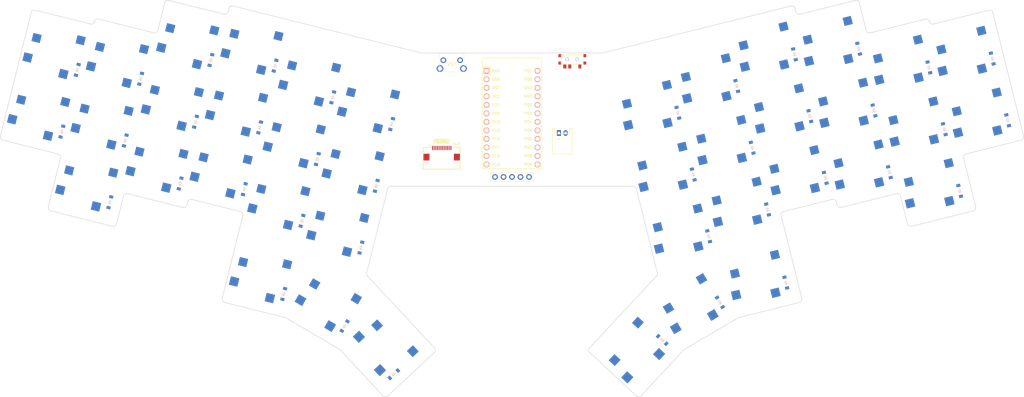
<source format=kicad_pcb>
(kicad_pcb (version 20171130) (host pcbnew 5.1.6)
  (title_block (title "fairyboard") (rev "1") (company "Steven Eisinger (restive.engines)"))
  (layers (0 F.Cu signal) (31 B.Cu signal) (34 B.Paste user) (35 F.Paste user) (36 B.SilkS user) (37 F.SilkS user) (38 B.Mask user) (39 F.Mask user) (44 Edge.Cuts user))
  (net 0 "")
  (net 1 "P14")
  (net 2 "outer_home")
  (net 3 "outer_top")
  (net 4 "P16")
  (net 5 "pinky_bottom")
  (net 6 "pinky_home")
  (net 7 "pinky_top")
  (net 8 "P10")
  (net 9 "ring_bottom")
  (net 10 "ring_home")
  (net 11 "ring_top")
  (net 12 "P7")
  (net 13 "middle_bottom")
  (net 14 "middle_home")
  (net 15 "middle_top")
  (net 16 "P8")
  (net 17 "index_bottom")
  (net 18 "index_home")
  (net 19 "index_top")
  (net 20 "P9")
  (net 21 "inner_bottom")
  (net 22 "inner_home")
  (net 23 "inner_top")
  (net 24 "outer_thumb")
  (net 25 "middle_thumb")
  (net 26 "inner_thumb")
  (net 27 "mirror_outer_home")
  (net 28 "mirror_outer_top")
  (net 29 "mirror_pinky_bottom")
  (net 30 "mirror_pinky_home")
  (net 31 "mirror_pinky_top")
  (net 32 "mirror_ring_bottom")
  (net 33 "mirror_ring_home")
  (net 34 "mirror_ring_top")
  (net 35 "mirror_middle_bottom")
  (net 36 "mirror_middle_home")
  (net 37 "mirror_middle_top")
  (net 38 "mirror_index_bottom")
  (net 39 "mirror_index_home")
  (net 40 "mirror_index_top")
  (net 41 "mirror_inner_bottom")
  (net 42 "mirror_inner_home")
  (net 43 "mirror_inner_top")
  (net 44 "mirror_outer_thumb")
  (net 45 "mirror_middle_thumb")
  (net 46 "mirror_inner_thumb")
  (net 47 "P20")
  (net 48 "P19")
  (net 49 "P21")
  (net 50 "P15")
  (net 51 "P0")
  (net 52 "P4")
  (net 53 "P1")
  (net 54 "P6")
  (net 55 "RAW")
  (net 56 "GND")
  (net 57 "RST")
  (net 58 "VCC")
  (net 59 "P18")
  (net 60 "P2")
  (net 61 "P3")
  (net 62 "P5")
  (net 63 "DISP1_1")
  (net 64 "DISP1_2")
  (net 65 "DISP1_4")
  (net 66 "DISP1_5")
  (net 67 "B+")
  (module MX (layer F.Cu) (at 70.1762422 131.8950152 -14)
    (fp_text reference "S1" hide)
    (fp_text value "" hide)
    (pad "" np_thru_hole circle (at 0 0) (size 3.9878 3.9878) (drill 3.9878) (layers *.Cu *.Mask))
    (pad "" np_thru_hole circle (at 5.08 0) (size 1.7018 1.7018) (drill 1.7018) (layers *.Cu *.Mask))
    (pad "" np_thru_hole circle (at -5.08 0) (size 1.7018 1.7018) (drill 1.7018) (layers *.Cu *.Mask))
    (pad "" np_thru_hole circle (at 2.54 -5.08) (size 3 3) (drill 3) (layers *.Cu *.Mask))
    (pad "" np_thru_hole circle (at -3.81 -2.54) (size 3 3) (drill 3) (layers *.Cu *.Mask))
    (pad 1 smd rect (at -7.085 -2.54 -14) (size 2.55 2.5) (layers B.Cu B.Paste B.Mask) (net 1 "P14"))
    (pad 2 smd rect (at 5.842 -5.08 -14) (size 2.55 2.5) (layers B.Cu B.Paste B.Mask) (net 2 "outer_home"))
  )
  (module MX (layer F.Cu) (at 74.7727582 113.4593964 -14)
    (fp_text reference "S2" hide)
    (fp_text value "" hide)
    (pad "" np_thru_hole circle (at 0 0) (size 3.9878 3.9878) (drill 3.9878) (layers *.Cu *.Mask))
    (pad "" np_thru_hole circle (at 5.08 0) (size 1.7018 1.7018) (drill 1.7018) (layers *.Cu *.Mask))
    (pad "" np_thru_hole circle (at -5.08 0) (size 1.7018 1.7018) (drill 1.7018) (layers *.Cu *.Mask))
    (pad "" np_thru_hole circle (at 2.54 -5.08) (size 3 3) (drill 3) (layers *.Cu *.Mask))
    (pad "" np_thru_hole circle (at -3.81 -2.54) (size 3 3) (drill 3) (layers *.Cu *.Mask))
    (pad 1 smd rect (at -7.085 -2.54 -14) (size 2.55 2.5) (layers B.Cu B.Paste B.Mask) (net 1 "P14"))
    (pad 2 smd rect (at 5.842 -5.08 -14) (size 2.55 2.5) (layers B.Cu B.Paste B.Mask) (net 3 "outer_top"))
  )
  (module MX (layer F.Cu) (at 84.4991888 152.9865585 -14)
    (fp_text reference "S3" hide)
    (fp_text value "" hide)
    (pad "" np_thru_hole circle (at 0 0) (size 3.9878 3.9878) (drill 3.9878) (layers *.Cu *.Mask))
    (pad "" np_thru_hole circle (at 5.08 0) (size 1.7018 1.7018) (drill 1.7018) (layers *.Cu *.Mask))
    (pad "" np_thru_hole circle (at -5.08 0) (size 1.7018 1.7018) (drill 1.7018) (layers *.Cu *.Mask))
    (pad "" np_thru_hole circle (at 2.54 -5.08) (size 3 3) (drill 3) (layers *.Cu *.Mask))
    (pad "" np_thru_hole circle (at -3.81 -2.54) (size 3 3) (drill 3) (layers *.Cu *.Mask))
    (pad 1 smd rect (at -7.085 -2.54 -14) (size 2.55 2.5) (layers B.Cu B.Paste B.Mask) (net 4 "P16"))
    (pad 2 smd rect (at 5.842 -5.08 -14) (size 2.55 2.5) (layers B.Cu B.Paste B.Mask) (net 5 "pinky_bottom"))
  )
  (module MX (layer F.Cu) (at 89.0957048 134.5509397 -14)
    (fp_text reference "S4" hide)
    (fp_text value "" hide)
    (pad "" np_thru_hole circle (at 0 0) (size 3.9878 3.9878) (drill 3.9878) (layers *.Cu *.Mask))
    (pad "" np_thru_hole circle (at 5.08 0) (size 1.7018 1.7018) (drill 1.7018) (layers *.Cu *.Mask))
    (pad "" np_thru_hole circle (at -5.08 0) (size 1.7018 1.7018) (drill 1.7018) (layers *.Cu *.Mask))
    (pad "" np_thru_hole circle (at 2.54 -5.08) (size 3 3) (drill 3) (layers *.Cu *.Mask))
    (pad "" np_thru_hole circle (at -3.81 -2.54) (size 3 3) (drill 3) (layers *.Cu *.Mask))
    (pad 1 smd rect (at -7.085 -2.54 -14) (size 2.55 2.5) (layers B.Cu B.Paste B.Mask) (net 4 "P16"))
    (pad 2 smd rect (at 5.842 -5.08 -14) (size 2.55 2.5) (layers B.Cu B.Paste B.Mask) (net 6 "pinky_home"))
  )
  (module MX (layer F.Cu) (at 93.6922208 116.1153209 -14)
    (fp_text reference "S5" hide)
    (fp_text value "" hide)
    (pad "" np_thru_hole circle (at 0 0) (size 3.9878 3.9878) (drill 3.9878) (layers *.Cu *.Mask))
    (pad "" np_thru_hole circle (at 5.08 0) (size 1.7018 1.7018) (drill 1.7018) (layers *.Cu *.Mask))
    (pad "" np_thru_hole circle (at -5.08 0) (size 1.7018 1.7018) (drill 1.7018) (layers *.Cu *.Mask))
    (pad "" np_thru_hole circle (at 2.54 -5.08) (size 3 3) (drill 3) (layers *.Cu *.Mask))
    (pad "" np_thru_hole circle (at -3.81 -2.54) (size 3 3) (drill 3) (layers *.Cu *.Mask))
    (pad 1 smd rect (at -7.085 -2.54 -14) (size 2.55 2.5) (layers B.Cu B.Paste B.Mask) (net 4 "P16"))
    (pad 2 smd rect (at 5.842 -5.08 -14) (size 2.55 2.5) (layers B.Cu B.Paste B.Mask) (net 7 "pinky_top"))
  )
  (module MX (layer F.Cu) (at 105.4749875 147.3949694 -14)
    (fp_text reference "S6" hide)
    (fp_text value "" hide)
    (pad "" np_thru_hole circle (at 0 0) (size 3.9878 3.9878) (drill 3.9878) (layers *.Cu *.Mask))
    (pad "" np_thru_hole circle (at 5.08 0) (size 1.7018 1.7018) (drill 1.7018) (layers *.Cu *.Mask))
    (pad "" np_thru_hole circle (at -5.08 0) (size 1.7018 1.7018) (drill 1.7018) (layers *.Cu *.Mask))
    (pad "" np_thru_hole circle (at 2.54 -5.08) (size 3 3) (drill 3) (layers *.Cu *.Mask))
    (pad "" np_thru_hole circle (at -3.81 -2.54) (size 3 3) (drill 3) (layers *.Cu *.Mask))
    (pad 1 smd rect (at -7.085 -2.54 -14) (size 2.55 2.5) (layers B.Cu B.Paste B.Mask) (net 8 "P10"))
    (pad 2 smd rect (at 5.842 -5.08 -14) (size 2.55 2.5) (layers B.Cu B.Paste B.Mask) (net 9 "ring_bottom"))
  )
  (module MX (layer F.Cu) (at 110.0715035 128.9593506 -14)
    (fp_text reference "S7" hide)
    (fp_text value "" hide)
    (pad "" np_thru_hole circle (at 0 0) (size 3.9878 3.9878) (drill 3.9878) (layers *.Cu *.Mask))
    (pad "" np_thru_hole circle (at 5.08 0) (size 1.7018 1.7018) (drill 1.7018) (layers *.Cu *.Mask))
    (pad "" np_thru_hole circle (at -5.08 0) (size 1.7018 1.7018) (drill 1.7018) (layers *.Cu *.Mask))
    (pad "" np_thru_hole circle (at 2.54 -5.08) (size 3 3) (drill 3) (layers *.Cu *.Mask))
    (pad "" np_thru_hole circle (at -3.81 -2.54) (size 3 3) (drill 3) (layers *.Cu *.Mask))
    (pad 1 smd rect (at -7.085 -2.54 -14) (size 2.55 2.5) (layers B.Cu B.Paste B.Mask) (net 8 "P10"))
    (pad 2 smd rect (at 5.842 -5.08 -14) (size 2.55 2.5) (layers B.Cu B.Paste B.Mask) (net 10 "ring_home"))
  )
  (module MX (layer F.Cu) (at 114.6680195 110.5237318 -14)
    (fp_text reference "S8" hide)
    (fp_text value "" hide)
    (pad "" np_thru_hole circle (at 0 0) (size 3.9878 3.9878) (drill 3.9878) (layers *.Cu *.Mask))
    (pad "" np_thru_hole circle (at 5.08 0) (size 1.7018 1.7018) (drill 1.7018) (layers *.Cu *.Mask))
    (pad "" np_thru_hole circle (at -5.08 0) (size 1.7018 1.7018) (drill 1.7018) (layers *.Cu *.Mask))
    (pad "" np_thru_hole circle (at 2.54 -5.08) (size 3 3) (drill 3) (layers *.Cu *.Mask))
    (pad "" np_thru_hole circle (at -3.81 -2.54) (size 3 3) (drill 3) (layers *.Cu *.Mask))
    (pad 1 smd rect (at -7.085 -2.54 -14) (size 2.55 2.5) (layers B.Cu B.Paste B.Mask) (net 8 "P10"))
    (pad 2 smd rect (at 5.842 -5.08 -14) (size 2.55 2.5) (layers B.Cu B.Paste B.Mask) (net 11 "ring_top"))
  )
  (module MX (layer F.Cu) (at 124.636372 149.0805983 -14)
    (fp_text reference "S9" hide)
    (fp_text value "" hide)
    (pad "" np_thru_hole circle (at 0 0) (size 3.9878 3.9878) (drill 3.9878) (layers *.Cu *.Mask))
    (pad "" np_thru_hole circle (at 5.08 0) (size 1.7018 1.7018) (drill 1.7018) (layers *.Cu *.Mask))
    (pad "" np_thru_hole circle (at -5.08 0) (size 1.7018 1.7018) (drill 1.7018) (layers *.Cu *.Mask))
    (pad "" np_thru_hole circle (at 2.54 -5.08) (size 3 3) (drill 3) (layers *.Cu *.Mask))
    (pad "" np_thru_hole circle (at -3.81 -2.54) (size 3 3) (drill 3) (layers *.Cu *.Mask))
    (pad 1 smd rect (at -7.085 -2.54 -14) (size 2.55 2.5) (layers B.Cu B.Paste B.Mask) (net 12 "P7"))
    (pad 2 smd rect (at 5.842 -5.08 -14) (size 2.55 2.5) (layers B.Cu B.Paste B.Mask) (net 13 "middle_bottom"))
  )
  (module MX (layer F.Cu) (at 129.232888 130.6449795 -14)
    (fp_text reference "S10" hide)
    (fp_text value "" hide)
    (pad "" np_thru_hole circle (at 0 0) (size 3.9878 3.9878) (drill 3.9878) (layers *.Cu *.Mask))
    (pad "" np_thru_hole circle (at 5.08 0) (size 1.7018 1.7018) (drill 1.7018) (layers *.Cu *.Mask))
    (pad "" np_thru_hole circle (at -5.08 0) (size 1.7018 1.7018) (drill 1.7018) (layers *.Cu *.Mask))
    (pad "" np_thru_hole circle (at 2.54 -5.08) (size 3 3) (drill 3) (layers *.Cu *.Mask))
    (pad "" np_thru_hole circle (at -3.81 -2.54) (size 3 3) (drill 3) (layers *.Cu *.Mask))
    (pad 1 smd rect (at -7.085 -2.54 -14) (size 2.55 2.5) (layers B.Cu B.Paste B.Mask) (net 12 "P7"))
    (pad 2 smd rect (at 5.842 -5.08 -14) (size 2.55 2.5) (layers B.Cu B.Paste B.Mask) (net 14 "middle_home"))
  )
  (module MX (layer F.Cu) (at 133.829404 112.2093607 -14)
    (fp_text reference "S11" hide)
    (fp_text value "" hide)
    (pad "" np_thru_hole circle (at 0 0) (size 3.9878 3.9878) (drill 3.9878) (layers *.Cu *.Mask))
    (pad "" np_thru_hole circle (at 5.08 0) (size 1.7018 1.7018) (drill 1.7018) (layers *.Cu *.Mask))
    (pad "" np_thru_hole circle (at -5.08 0) (size 1.7018 1.7018) (drill 1.7018) (layers *.Cu *.Mask))
    (pad "" np_thru_hole circle (at 2.54 -5.08) (size 3 3) (drill 3) (layers *.Cu *.Mask))
    (pad "" np_thru_hole circle (at -3.81 -2.54) (size 3 3) (drill 3) (layers *.Cu *.Mask))
    (pad 1 smd rect (at -7.085 -2.54 -14) (size 2.55 2.5) (layers B.Cu B.Paste B.Mask) (net 12 "P7"))
    (pad 2 smd rect (at 5.842 -5.08 -14) (size 2.55 2.5) (layers B.Cu B.Paste B.Mask) (net 15 "middle_top"))
  )
  (module MX (layer F.Cu) (at 141.8623813 158.5285929 -14)
    (fp_text reference "S12" hide)
    (fp_text value "" hide)
    (pad "" np_thru_hole circle (at 0 0) (size 3.9878 3.9878) (drill 3.9878) (layers *.Cu *.Mask))
    (pad "" np_thru_hole circle (at 5.08 0) (size 1.7018 1.7018) (drill 1.7018) (layers *.Cu *.Mask))
    (pad "" np_thru_hole circle (at -5.08 0) (size 1.7018 1.7018) (drill 1.7018) (layers *.Cu *.Mask))
    (pad "" np_thru_hole circle (at 2.54 -5.08) (size 3 3) (drill 3) (layers *.Cu *.Mask))
    (pad "" np_thru_hole circle (at -3.81 -2.54) (size 3 3) (drill 3) (layers *.Cu *.Mask))
    (pad 1 smd rect (at -7.085 -2.54 -14) (size 2.55 2.5) (layers B.Cu B.Paste B.Mask) (net 16 "P8"))
    (pad 2 smd rect (at 5.842 -5.08 -14) (size 2.55 2.5) (layers B.Cu B.Paste B.Mask) (net 17 "index_bottom"))
  )
  (module MX (layer F.Cu) (at 146.4588973 140.0929741 -14)
    (fp_text reference "S13" hide)
    (fp_text value "" hide)
    (pad "" np_thru_hole circle (at 0 0) (size 3.9878 3.9878) (drill 3.9878) (layers *.Cu *.Mask))
    (pad "" np_thru_hole circle (at 5.08 0) (size 1.7018 1.7018) (drill 1.7018) (layers *.Cu *.Mask))
    (pad "" np_thru_hole circle (at -5.08 0) (size 1.7018 1.7018) (drill 1.7018) (layers *.Cu *.Mask))
    (pad "" np_thru_hole circle (at 2.54 -5.08) (size 3 3) (drill 3) (layers *.Cu *.Mask))
    (pad "" np_thru_hole circle (at -3.81 -2.54) (size 3 3) (drill 3) (layers *.Cu *.Mask))
    (pad 1 smd rect (at -7.085 -2.54 -14) (size 2.55 2.5) (layers B.Cu B.Paste B.Mask) (net 16 "P8"))
    (pad 2 smd rect (at 5.842 -5.08 -14) (size 2.55 2.5) (layers B.Cu B.Paste B.Mask) (net 18 "index_home"))
  )
  (module MX (layer F.Cu) (at 151.0554133 121.6573553 -14)
    (fp_text reference "S14" hide)
    (fp_text value "" hide)
    (pad "" np_thru_hole circle (at 0 0) (size 3.9878 3.9878) (drill 3.9878) (layers *.Cu *.Mask))
    (pad "" np_thru_hole circle (at 5.08 0) (size 1.7018 1.7018) (drill 1.7018) (layers *.Cu *.Mask))
    (pad "" np_thru_hole circle (at -5.08 0) (size 1.7018 1.7018) (drill 1.7018) (layers *.Cu *.Mask))
    (pad "" np_thru_hole circle (at 2.54 -5.08) (size 3 3) (drill 3) (layers *.Cu *.Mask))
    (pad "" np_thru_hole circle (at -3.81 -2.54) (size 3 3) (drill 3) (layers *.Cu *.Mask))
    (pad 1 smd rect (at -7.085 -2.54 -14) (size 2.55 2.5) (layers B.Cu B.Paste B.Mask) (net 16 "P8"))
    (pad 2 smd rect (at 5.842 -5.08 -14) (size 2.55 2.5) (layers B.Cu B.Paste B.Mask) (net 19 "index_top"))
  )
  (module MX (layer F.Cu) (at 159.4512735 166.521144 -14)
    (fp_text reference "S15" hide)
    (fp_text value "" hide)
    (pad "" np_thru_hole circle (at 0 0) (size 3.9878 3.9878) (drill 3.9878) (layers *.Cu *.Mask))
    (pad "" np_thru_hole circle (at 5.08 0) (size 1.7018 1.7018) (drill 1.7018) (layers *.Cu *.Mask))
    (pad "" np_thru_hole circle (at -5.08 0) (size 1.7018 1.7018) (drill 1.7018) (layers *.Cu *.Mask))
    (pad "" np_thru_hole circle (at 2.54 -5.08) (size 3 3) (drill 3) (layers *.Cu *.Mask))
    (pad "" np_thru_hole circle (at -3.81 -2.54) (size 3 3) (drill 3) (layers *.Cu *.Mask))
    (pad 1 smd rect (at -7.085 -2.54 -14) (size 2.55 2.5) (layers B.Cu B.Paste B.Mask) (net 20 "P9"))
    (pad 2 smd rect (at 5.842 -5.08 -14) (size 2.55 2.5) (layers B.Cu B.Paste B.Mask) (net 21 "inner_bottom"))
  )
  (module MX (layer F.Cu) (at 164.0477895 148.0855252 -14)
    (fp_text reference "S16" hide)
    (fp_text value "" hide)
    (pad "" np_thru_hole circle (at 0 0) (size 3.9878 3.9878) (drill 3.9878) (layers *.Cu *.Mask))
    (pad "" np_thru_hole circle (at 5.08 0) (size 1.7018 1.7018) (drill 1.7018) (layers *.Cu *.Mask))
    (pad "" np_thru_hole circle (at -5.08 0) (size 1.7018 1.7018) (drill 1.7018) (layers *.Cu *.Mask))
    (pad "" np_thru_hole circle (at 2.54 -5.08) (size 3 3) (drill 3) (layers *.Cu *.Mask))
    (pad "" np_thru_hole circle (at -3.81 -2.54) (size 3 3) (drill 3) (layers *.Cu *.Mask))
    (pad 1 smd rect (at -7.085 -2.54 -14) (size 2.55 2.5) (layers B.Cu B.Paste B.Mask) (net 20 "P9"))
    (pad 2 smd rect (at 5.842 -5.08 -14) (size 2.55 2.5) (layers B.Cu B.Paste B.Mask) (net 22 "inner_home"))
  )
  (module MX (layer F.Cu) (at 168.6443055 129.6499064 -14)
    (fp_text reference "S17" hide)
    (fp_text value "" hide)
    (pad "" np_thru_hole circle (at 0 0) (size 3.9878 3.9878) (drill 3.9878) (layers *.Cu *.Mask))
    (pad "" np_thru_hole circle (at 5.08 0) (size 1.7018 1.7018) (drill 1.7018) (layers *.Cu *.Mask))
    (pad "" np_thru_hole circle (at -5.08 0) (size 1.7018 1.7018) (drill 1.7018) (layers *.Cu *.Mask))
    (pad "" np_thru_hole circle (at 2.54 -5.08) (size 3 3) (drill 3) (layers *.Cu *.Mask))
    (pad "" np_thru_hole circle (at -3.81 -2.54) (size 3 3) (drill 3) (layers *.Cu *.Mask))
    (pad 1 smd rect (at -7.085 -2.54 -14) (size 2.55 2.5) (layers B.Cu B.Paste B.Mask) (net 20 "P9"))
    (pad 2 smd rect (at 5.842 -5.08 -14) (size 2.55 2.5) (layers B.Cu B.Paste B.Mask) (net 23 "inner_top"))
  )
  (module MX (layer F.Cu) (at 136.4191386 180.3602468 -14)
    (fp_text reference "S18" hide)
    (fp_text value "" hide)
    (pad "" np_thru_hole circle (at 0 0) (size 3.9878 3.9878) (drill 3.9878) (layers *.Cu *.Mask))
    (pad "" np_thru_hole circle (at 5.08 0) (size 1.7018 1.7018) (drill 1.7018) (layers *.Cu *.Mask))
    (pad "" np_thru_hole circle (at -5.08 0) (size 1.7018 1.7018) (drill 1.7018) (layers *.Cu *.Mask))
    (pad "" np_thru_hole circle (at 2.54 -5.08) (size 3 3) (drill 3) (layers *.Cu *.Mask))
    (pad "" np_thru_hole circle (at -3.81 -2.54) (size 3 3) (drill 3) (layers *.Cu *.Mask))
    (pad 1 smd rect (at -7.085 -2.54 -14) (size 2.55 2.5) (layers B.Cu B.Paste B.Mask) (net 12 "P7"))
    (pad 2 smd rect (at 5.842 -5.08 -14) (size 2.55 2.5) (layers B.Cu B.Paste B.Mask) (net 24 "outer_thumb"))
  )
  (module MX (layer F.Cu) (at 156.3457816 188.5124516 -30.5)
    (fp_text reference "S19" hide)
    (fp_text value "" hide)
    (pad "" np_thru_hole circle (at 0 0) (size 3.9878 3.9878) (drill 3.9878) (layers *.Cu *.Mask))
    (pad "" np_thru_hole circle (at 5.08 0) (size 1.7018 1.7018) (drill 1.7018) (layers *.Cu *.Mask))
    (pad "" np_thru_hole circle (at -5.08 0) (size 1.7018 1.7018) (drill 1.7018) (layers *.Cu *.Mask))
    (pad "" np_thru_hole circle (at 2.54 -5.08) (size 3 3) (drill 3) (layers *.Cu *.Mask))
    (pad "" np_thru_hole circle (at -3.81 -2.54) (size 3 3) (drill 3) (layers *.Cu *.Mask))
    (pad 1 smd rect (at -7.085 -2.54 -30.5) (size 2.55 2.5) (layers B.Cu B.Paste B.Mask) (net 16 "P8"))
    (pad 2 smd rect (at 5.842 -5.08 -30.5) (size 2.55 2.5) (layers B.Cu B.Paste B.Mask) (net 25 "middle_thumb"))
  )
  (module MX (layer F.Cu) (at 173.1364887 201.9884187 -47)
    (fp_text reference "S20" hide)
    (fp_text value "" hide)
    (pad "" np_thru_hole circle (at 0 0) (size 3.9878 3.9878) (drill 3.9878) (layers *.Cu *.Mask))
    (pad "" np_thru_hole circle (at 5.08 0) (size 1.7018 1.7018) (drill 1.7018) (layers *.Cu *.Mask))
    (pad "" np_thru_hole circle (at -5.08 0) (size 1.7018 1.7018) (drill 1.7018) (layers *.Cu *.Mask))
    (pad "" np_thru_hole circle (at 2.54 -5.08) (size 3 3) (drill 3) (layers *.Cu *.Mask))
    (pad "" np_thru_hole circle (at -3.81 -2.54) (size 3 3) (drill 3) (layers *.Cu *.Mask))
    (pad 1 smd rect (at -7.085 -2.54 -47) (size 2.55 2.5) (layers B.Cu B.Paste B.Mask) (net 20 "P9"))
    (pad 2 smd rect (at 5.842 -5.08 -47) (size 2.55 2.5) (layers B.Cu B.Paste B.Mask) (net 26 "inner_thumb"))
  )
  (module MX (layer F.Cu) (at 350.7415524 131.8950152 14)
    (fp_text reference "S21" hide)
    (fp_text value "" hide)
    (pad "" np_thru_hole circle (at 0 0) (size 3.9878 3.9878) (drill 3.9878) (layers *.Cu *.Mask))
    (pad "" np_thru_hole circle (at 5.08 0) (size 1.7018 1.7018) (drill 1.7018) (layers *.Cu *.Mask))
    (pad "" np_thru_hole circle (at -5.08 0) (size 1.7018 1.7018) (drill 1.7018) (layers *.Cu *.Mask))
    (pad "" np_thru_hole circle (at 2.54 -5.08) (size 3 3) (drill 3) (layers *.Cu *.Mask))
    (pad "" np_thru_hole circle (at -3.81 -2.54) (size 3 3) (drill 3) (layers *.Cu *.Mask))
    (pad 1 smd rect (at -7.085 -2.54 14) (size 2.55 2.5) (layers B.Cu B.Paste B.Mask) (net 1 "P14"))
    (pad 2 smd rect (at 5.842 -5.08 14) (size 2.55 2.5) (layers B.Cu B.Paste B.Mask) (net 27 "mirror_outer_home"))
  )
  (module MX (layer F.Cu) (at 346.1450364 113.4593964 14)
    (fp_text reference "S22" hide)
    (fp_text value "" hide)
    (pad "" np_thru_hole circle (at 0 0) (size 3.9878 3.9878) (drill 3.9878) (layers *.Cu *.Mask))
    (pad "" np_thru_hole circle (at 5.08 0) (size 1.7018 1.7018) (drill 1.7018) (layers *.Cu *.Mask))
    (pad "" np_thru_hole circle (at -5.08 0) (size 1.7018 1.7018) (drill 1.7018) (layers *.Cu *.Mask))
    (pad "" np_thru_hole circle (at 2.54 -5.08) (size 3 3) (drill 3) (layers *.Cu *.Mask))
    (pad "" np_thru_hole circle (at -3.81 -2.54) (size 3 3) (drill 3) (layers *.Cu *.Mask))
    (pad 1 smd rect (at -7.085 -2.54 14) (size 2.55 2.5) (layers B.Cu B.Paste B.Mask) (net 1 "P14"))
    (pad 2 smd rect (at 5.842 -5.08 14) (size 2.55 2.5) (layers B.Cu B.Paste B.Mask) (net 28 "mirror_outer_top"))
  )
  (module MX (layer F.Cu) (at 336.41860579999997 152.9865585 14)
    (fp_text reference "S23" hide)
    (fp_text value "" hide)
    (pad "" np_thru_hole circle (at 0 0) (size 3.9878 3.9878) (drill 3.9878) (layers *.Cu *.Mask))
    (pad "" np_thru_hole circle (at 5.08 0) (size 1.7018 1.7018) (drill 1.7018) (layers *.Cu *.Mask))
    (pad "" np_thru_hole circle (at -5.08 0) (size 1.7018 1.7018) (drill 1.7018) (layers *.Cu *.Mask))
    (pad "" np_thru_hole circle (at 2.54 -5.08) (size 3 3) (drill 3) (layers *.Cu *.Mask))
    (pad "" np_thru_hole circle (at -3.81 -2.54) (size 3 3) (drill 3) (layers *.Cu *.Mask))
    (pad 1 smd rect (at -7.085 -2.54 14) (size 2.55 2.5) (layers B.Cu B.Paste B.Mask) (net 4 "P16"))
    (pad 2 smd rect (at 5.842 -5.08 14) (size 2.55 2.5) (layers B.Cu B.Paste B.Mask) (net 29 "mirror_pinky_bottom"))
  )
  (module MX (layer F.Cu) (at 331.82208979999996 134.5509397 14)
    (fp_text reference "S24" hide)
    (fp_text value "" hide)
    (pad "" np_thru_hole circle (at 0 0) (size 3.9878 3.9878) (drill 3.9878) (layers *.Cu *.Mask))
    (pad "" np_thru_hole circle (at 5.08 0) (size 1.7018 1.7018) (drill 1.7018) (layers *.Cu *.Mask))
    (pad "" np_thru_hole circle (at -5.08 0) (size 1.7018 1.7018) (drill 1.7018) (layers *.Cu *.Mask))
    (pad "" np_thru_hole circle (at 2.54 -5.08) (size 3 3) (drill 3) (layers *.Cu *.Mask))
    (pad "" np_thru_hole circle (at -3.81 -2.54) (size 3 3) (drill 3) (layers *.Cu *.Mask))
    (pad 1 smd rect (at -7.085 -2.54 14) (size 2.55 2.5) (layers B.Cu B.Paste B.Mask) (net 4 "P16"))
    (pad 2 smd rect (at 5.842 -5.08 14) (size 2.55 2.5) (layers B.Cu B.Paste B.Mask) (net 30 "mirror_pinky_home"))
  )
  (module MX (layer F.Cu) (at 327.2255738 116.1153209 14)
    (fp_text reference "S25" hide)
    (fp_text value "" hide)
    (pad "" np_thru_hole circle (at 0 0) (size 3.9878 3.9878) (drill 3.9878) (layers *.Cu *.Mask))
    (pad "" np_thru_hole circle (at 5.08 0) (size 1.7018 1.7018) (drill 1.7018) (layers *.Cu *.Mask))
    (pad "" np_thru_hole circle (at -5.08 0) (size 1.7018 1.7018) (drill 1.7018) (layers *.Cu *.Mask))
    (pad "" np_thru_hole circle (at 2.54 -5.08) (size 3 3) (drill 3) (layers *.Cu *.Mask))
    (pad "" np_thru_hole circle (at -3.81 -2.54) (size 3 3) (drill 3) (layers *.Cu *.Mask))
    (pad 1 smd rect (at -7.085 -2.54 14) (size 2.55 2.5) (layers B.Cu B.Paste B.Mask) (net 4 "P16"))
    (pad 2 smd rect (at 5.842 -5.08 14) (size 2.55 2.5) (layers B.Cu B.Paste B.Mask) (net 31 "mirror_pinky_top"))
  )
  (module MX (layer F.Cu) (at 315.4428071 147.3949694 14)
    (fp_text reference "S26" hide)
    (fp_text value "" hide)
    (pad "" np_thru_hole circle (at 0 0) (size 3.9878 3.9878) (drill 3.9878) (layers *.Cu *.Mask))
    (pad "" np_thru_hole circle (at 5.08 0) (size 1.7018 1.7018) (drill 1.7018) (layers *.Cu *.Mask))
    (pad "" np_thru_hole circle (at -5.08 0) (size 1.7018 1.7018) (drill 1.7018) (layers *.Cu *.Mask))
    (pad "" np_thru_hole circle (at 2.54 -5.08) (size 3 3) (drill 3) (layers *.Cu *.Mask))
    (pad "" np_thru_hole circle (at -3.81 -2.54) (size 3 3) (drill 3) (layers *.Cu *.Mask))
    (pad 1 smd rect (at -7.085 -2.54 14) (size 2.55 2.5) (layers B.Cu B.Paste B.Mask) (net 8 "P10"))
    (pad 2 smd rect (at 5.842 -5.08 14) (size 2.55 2.5) (layers B.Cu B.Paste B.Mask) (net 32 "mirror_ring_bottom"))
  )
  (module MX (layer F.Cu) (at 310.8462911 128.9593506 14)
    (fp_text reference "S27" hide)
    (fp_text value "" hide)
    (pad "" np_thru_hole circle (at 0 0) (size 3.9878 3.9878) (drill 3.9878) (layers *.Cu *.Mask))
    (pad "" np_thru_hole circle (at 5.08 0) (size 1.7018 1.7018) (drill 1.7018) (layers *.Cu *.Mask))
    (pad "" np_thru_hole circle (at -5.08 0) (size 1.7018 1.7018) (drill 1.7018) (layers *.Cu *.Mask))
    (pad "" np_thru_hole circle (at 2.54 -5.08) (size 3 3) (drill 3) (layers *.Cu *.Mask))
    (pad "" np_thru_hole circle (at -3.81 -2.54) (size 3 3) (drill 3) (layers *.Cu *.Mask))
    (pad 1 smd rect (at -7.085 -2.54 14) (size 2.55 2.5) (layers B.Cu B.Paste B.Mask) (net 8 "P10"))
    (pad 2 smd rect (at 5.842 -5.08 14) (size 2.55 2.5) (layers B.Cu B.Paste B.Mask) (net 33 "mirror_ring_home"))
  )
  (module MX (layer F.Cu) (at 306.24977509999997 110.5237318 14)
    (fp_text reference "S28" hide)
    (fp_text value "" hide)
    (pad "" np_thru_hole circle (at 0 0) (size 3.9878 3.9878) (drill 3.9878) (layers *.Cu *.Mask))
    (pad "" np_thru_hole circle (at 5.08 0) (size 1.7018 1.7018) (drill 1.7018) (layers *.Cu *.Mask))
    (pad "" np_thru_hole circle (at -5.08 0) (size 1.7018 1.7018) (drill 1.7018) (layers *.Cu *.Mask))
    (pad "" np_thru_hole circle (at 2.54 -5.08) (size 3 3) (drill 3) (layers *.Cu *.Mask))
    (pad "" np_thru_hole circle (at -3.81 -2.54) (size 3 3) (drill 3) (layers *.Cu *.Mask))
    (pad 1 smd rect (at -7.085 -2.54 14) (size 2.55 2.5) (layers B.Cu B.Paste B.Mask) (net 8 "P10"))
    (pad 2 smd rect (at 5.842 -5.08 14) (size 2.55 2.5) (layers B.Cu B.Paste B.Mask) (net 34 "mirror_ring_top"))
  )
  (module MX (layer F.Cu) (at 296.2814226 149.0805983 14)
    (fp_text reference "S29" hide)
    (fp_text value "" hide)
    (pad "" np_thru_hole circle (at 0 0) (size 3.9878 3.9878) (drill 3.9878) (layers *.Cu *.Mask))
    (pad "" np_thru_hole circle (at 5.08 0) (size 1.7018 1.7018) (drill 1.7018) (layers *.Cu *.Mask))
    (pad "" np_thru_hole circle (at -5.08 0) (size 1.7018 1.7018) (drill 1.7018) (layers *.Cu *.Mask))
    (pad "" np_thru_hole circle (at 2.54 -5.08) (size 3 3) (drill 3) (layers *.Cu *.Mask))
    (pad "" np_thru_hole circle (at -3.81 -2.54) (size 3 3) (drill 3) (layers *.Cu *.Mask))
    (pad 1 smd rect (at -7.085 -2.54 14) (size 2.55 2.5) (layers B.Cu B.Paste B.Mask) (net 12 "P7"))
    (pad 2 smd rect (at 5.842 -5.08 14) (size 2.55 2.5) (layers B.Cu B.Paste B.Mask) (net 35 "mirror_middle_bottom"))
  )
  (module MX (layer F.Cu) (at 291.6849066 130.6449795 14)
    (fp_text reference "S30" hide)
    (fp_text value "" hide)
    (pad "" np_thru_hole circle (at 0 0) (size 3.9878 3.9878) (drill 3.9878) (layers *.Cu *.Mask))
    (pad "" np_thru_hole circle (at 5.08 0) (size 1.7018 1.7018) (drill 1.7018) (layers *.Cu *.Mask))
    (pad "" np_thru_hole circle (at -5.08 0) (size 1.7018 1.7018) (drill 1.7018) (layers *.Cu *.Mask))
    (pad "" np_thru_hole circle (at 2.54 -5.08) (size 3 3) (drill 3) (layers *.Cu *.Mask))
    (pad "" np_thru_hole circle (at -3.81 -2.54) (size 3 3) (drill 3) (layers *.Cu *.Mask))
    (pad 1 smd rect (at -7.085 -2.54 14) (size 2.55 2.5) (layers B.Cu B.Paste B.Mask) (net 12 "P7"))
    (pad 2 smd rect (at 5.842 -5.08 14) (size 2.55 2.5) (layers B.Cu B.Paste B.Mask) (net 36 "mirror_middle_home"))
  )
  (module MX (layer F.Cu) (at 287.08839059999997 112.2093607 14)
    (fp_text reference "S31" hide)
    (fp_text value "" hide)
    (pad "" np_thru_hole circle (at 0 0) (size 3.9878 3.9878) (drill 3.9878) (layers *.Cu *.Mask))
    (pad "" np_thru_hole circle (at 5.08 0) (size 1.7018 1.7018) (drill 1.7018) (layers *.Cu *.Mask))
    (pad "" np_thru_hole circle (at -5.08 0) (size 1.7018 1.7018) (drill 1.7018) (layers *.Cu *.Mask))
    (pad "" np_thru_hole circle (at 2.54 -5.08) (size 3 3) (drill 3) (layers *.Cu *.Mask))
    (pad "" np_thru_hole circle (at -3.81 -2.54) (size 3 3) (drill 3) (layers *.Cu *.Mask))
    (pad 1 smd rect (at -7.085 -2.54 14) (size 2.55 2.5) (layers B.Cu B.Paste B.Mask) (net 12 "P7"))
    (pad 2 smd rect (at 5.842 -5.08 14) (size 2.55 2.5) (layers B.Cu B.Paste B.Mask) (net 37 "mirror_middle_top"))
  )
  (module MX (layer F.Cu) (at 279.05541329999994 158.5285929 14)
    (fp_text reference "S32" hide)
    (fp_text value "" hide)
    (pad "" np_thru_hole circle (at 0 0) (size 3.9878 3.9878) (drill 3.9878) (layers *.Cu *.Mask))
    (pad "" np_thru_hole circle (at 5.08 0) (size 1.7018 1.7018) (drill 1.7018) (layers *.Cu *.Mask))
    (pad "" np_thru_hole circle (at -5.08 0) (size 1.7018 1.7018) (drill 1.7018) (layers *.Cu *.Mask))
    (pad "" np_thru_hole circle (at 2.54 -5.08) (size 3 3) (drill 3) (layers *.Cu *.Mask))
    (pad "" np_thru_hole circle (at -3.81 -2.54) (size 3 3) (drill 3) (layers *.Cu *.Mask))
    (pad 1 smd rect (at -7.085 -2.54 14) (size 2.55 2.5) (layers B.Cu B.Paste B.Mask) (net 16 "P8"))
    (pad 2 smd rect (at 5.842 -5.08 14) (size 2.55 2.5) (layers B.Cu B.Paste B.Mask) (net 38 "mirror_index_bottom"))
  )
  (module MX (layer F.Cu) (at 274.4588973 140.0929741 14)
    (fp_text reference "S33" hide)
    (fp_text value "" hide)
    (pad "" np_thru_hole circle (at 0 0) (size 3.9878 3.9878) (drill 3.9878) (layers *.Cu *.Mask))
    (pad "" np_thru_hole circle (at 5.08 0) (size 1.7018 1.7018) (drill 1.7018) (layers *.Cu *.Mask))
    (pad "" np_thru_hole circle (at -5.08 0) (size 1.7018 1.7018) (drill 1.7018) (layers *.Cu *.Mask))
    (pad "" np_thru_hole circle (at 2.54 -5.08) (size 3 3) (drill 3) (layers *.Cu *.Mask))
    (pad "" np_thru_hole circle (at -3.81 -2.54) (size 3 3) (drill 3) (layers *.Cu *.Mask))
    (pad 1 smd rect (at -7.085 -2.54 14) (size 2.55 2.5) (layers B.Cu B.Paste B.Mask) (net 16 "P8"))
    (pad 2 smd rect (at 5.842 -5.08 14) (size 2.55 2.5) (layers B.Cu B.Paste B.Mask) (net 39 "mirror_index_home"))
  )
  (module MX (layer F.Cu) (at 269.8623813 121.6573553 14)
    (fp_text reference "S34" hide)
    (fp_text value "" hide)
    (pad "" np_thru_hole circle (at 0 0) (size 3.9878 3.9878) (drill 3.9878) (layers *.Cu *.Mask))
    (pad "" np_thru_hole circle (at 5.08 0) (size 1.7018 1.7018) (drill 1.7018) (layers *.Cu *.Mask))
    (pad "" np_thru_hole circle (at -5.08 0) (size 1.7018 1.7018) (drill 1.7018) (layers *.Cu *.Mask))
    (pad "" np_thru_hole circle (at 2.54 -5.08) (size 3 3) (drill 3) (layers *.Cu *.Mask))
    (pad "" np_thru_hole circle (at -3.81 -2.54) (size 3 3) (drill 3) (layers *.Cu *.Mask))
    (pad 1 smd rect (at -7.085 -2.54 14) (size 2.55 2.5) (layers B.Cu B.Paste B.Mask) (net 16 "P8"))
    (pad 2 smd rect (at 5.842 -5.08 14) (size 2.55 2.5) (layers B.Cu B.Paste B.Mask) (net 40 "mirror_index_top"))
  )
  (module MX (layer F.Cu) (at 261.46652109999997 166.521144 14)
    (fp_text reference "S35" hide)
    (fp_text value "" hide)
    (pad "" np_thru_hole circle (at 0 0) (size 3.9878 3.9878) (drill 3.9878) (layers *.Cu *.Mask))
    (pad "" np_thru_hole circle (at 5.08 0) (size 1.7018 1.7018) (drill 1.7018) (layers *.Cu *.Mask))
    (pad "" np_thru_hole circle (at -5.08 0) (size 1.7018 1.7018) (drill 1.7018) (layers *.Cu *.Mask))
    (pad "" np_thru_hole circle (at 2.54 -5.08) (size 3 3) (drill 3) (layers *.Cu *.Mask))
    (pad "" np_thru_hole circle (at -3.81 -2.54) (size 3 3) (drill 3) (layers *.Cu *.Mask))
    (pad 1 smd rect (at -7.085 -2.54 14) (size 2.55 2.5) (layers B.Cu B.Paste B.Mask) (net 20 "P9"))
    (pad 2 smd rect (at 5.842 -5.08 14) (size 2.55 2.5) (layers B.Cu B.Paste B.Mask) (net 41 "mirror_inner_bottom"))
  )
  (module MX (layer F.Cu) (at 256.87000509999996 148.0855252 14)
    (fp_text reference "S36" hide)
    (fp_text value "" hide)
    (pad "" np_thru_hole circle (at 0 0) (size 3.9878 3.9878) (drill 3.9878) (layers *.Cu *.Mask))
    (pad "" np_thru_hole circle (at 5.08 0) (size 1.7018 1.7018) (drill 1.7018) (layers *.Cu *.Mask))
    (pad "" np_thru_hole circle (at -5.08 0) (size 1.7018 1.7018) (drill 1.7018) (layers *.Cu *.Mask))
    (pad "" np_thru_hole circle (at 2.54 -5.08) (size 3 3) (drill 3) (layers *.Cu *.Mask))
    (pad "" np_thru_hole circle (at -3.81 -2.54) (size 3 3) (drill 3) (layers *.Cu *.Mask))
    (pad 1 smd rect (at -7.085 -2.54 14) (size 2.55 2.5) (layers B.Cu B.Paste B.Mask) (net 20 "P9"))
    (pad 2 smd rect (at 5.842 -5.08 14) (size 2.55 2.5) (layers B.Cu B.Paste B.Mask) (net 42 "mirror_inner_home"))
  )
  (module MX (layer F.Cu) (at 252.27348909999998 129.6499064 14)
    (fp_text reference "S37" hide)
    (fp_text value "" hide)
    (pad "" np_thru_hole circle (at 0 0) (size 3.9878 3.9878) (drill 3.9878) (layers *.Cu *.Mask))
    (pad "" np_thru_hole circle (at 5.08 0) (size 1.7018 1.7018) (drill 1.7018) (layers *.Cu *.Mask))
    (pad "" np_thru_hole circle (at -5.08 0) (size 1.7018 1.7018) (drill 1.7018) (layers *.Cu *.Mask))
    (pad "" np_thru_hole circle (at 2.54 -5.08) (size 3 3) (drill 3) (layers *.Cu *.Mask))
    (pad "" np_thru_hole circle (at -3.81 -2.54) (size 3 3) (drill 3) (layers *.Cu *.Mask))
    (pad 1 smd rect (at -7.085 -2.54 14) (size 2.55 2.5) (layers B.Cu B.Paste B.Mask) (net 20 "P9"))
    (pad 2 smd rect (at 5.842 -5.08 14) (size 2.55 2.5) (layers B.Cu B.Paste B.Mask) (net 43 "mirror_inner_top"))
  )
  (module MX (layer F.Cu) (at 284.498656 180.3602468 14)
    (fp_text reference "S38" hide)
    (fp_text value "" hide)
    (pad "" np_thru_hole circle (at 0 0) (size 3.9878 3.9878) (drill 3.9878) (layers *.Cu *.Mask))
    (pad "" np_thru_hole circle (at 5.08 0) (size 1.7018 1.7018) (drill 1.7018) (layers *.Cu *.Mask))
    (pad "" np_thru_hole circle (at -5.08 0) (size 1.7018 1.7018) (drill 1.7018) (layers *.Cu *.Mask))
    (pad "" np_thru_hole circle (at 2.54 -5.08) (size 3 3) (drill 3) (layers *.Cu *.Mask))
    (pad "" np_thru_hole circle (at -3.81 -2.54) (size 3 3) (drill 3) (layers *.Cu *.Mask))
    (pad 1 smd rect (at -7.085 -2.54 14) (size 2.55 2.5) (layers B.Cu B.Paste B.Mask) (net 12 "P7"))
    (pad 2 smd rect (at 5.842 -5.08 14) (size 2.55 2.5) (layers B.Cu B.Paste B.Mask) (net 44 "mirror_outer_thumb"))
  )
  (module MX (layer F.Cu) (at 264.57201299999997 188.5124516 30.5)
    (fp_text reference "S39" hide)
    (fp_text value "" hide)
    (pad "" np_thru_hole circle (at 0 0) (size 3.9878 3.9878) (drill 3.9878) (layers *.Cu *.Mask))
    (pad "" np_thru_hole circle (at 5.08 0) (size 1.7018 1.7018) (drill 1.7018) (layers *.Cu *.Mask))
    (pad "" np_thru_hole circle (at -5.08 0) (size 1.7018 1.7018) (drill 1.7018) (layers *.Cu *.Mask))
    (pad "" np_thru_hole circle (at 2.54 -5.08) (size 3 3) (drill 3) (layers *.Cu *.Mask))
    (pad "" np_thru_hole circle (at -3.81 -2.54) (size 3 3) (drill 3) (layers *.Cu *.Mask))
    (pad 1 smd rect (at -7.085 -2.54 30.5) (size 2.55 2.5) (layers B.Cu B.Paste B.Mask) (net 16 "P8"))
    (pad 2 smd rect (at 5.842 -5.08 30.5) (size 2.55 2.5) (layers B.Cu B.Paste B.Mask) (net 45 "mirror_middle_thumb"))
  )
  (module MX (layer F.Cu) (at 247.78130589999998 201.9884187 47)
    (fp_text reference "S40" hide)
    (fp_text value "" hide)
    (pad "" np_thru_hole circle (at 0 0) (size 3.9878 3.9878) (drill 3.9878) (layers *.Cu *.Mask))
    (pad "" np_thru_hole circle (at 5.08 0) (size 1.7018 1.7018) (drill 1.7018) (layers *.Cu *.Mask))
    (pad "" np_thru_hole circle (at -5.08 0) (size 1.7018 1.7018) (drill 1.7018) (layers *.Cu *.Mask))
    (pad "" np_thru_hole circle (at 2.54 -5.08) (size 3 3) (drill 3) (layers *.Cu *.Mask))
    (pad "" np_thru_hole circle (at -3.81 -2.54) (size 3 3) (drill 3) (layers *.Cu *.Mask))
    (pad 1 smd rect (at -7.085 -2.54 47) (size 2.55 2.5) (layers B.Cu B.Paste B.Mask) (net 20 "P9"))
    (pad 2 smd rect (at 5.842 -5.08 47) (size 2.55 2.5) (layers B.Cu B.Paste B.Mask) (net 46 "mirror_inner_thumb"))
  )
  (module PG1350 (layer F.Cu) (at 70.1762422 131.8950152 166)
    (fp_text reference "S41" hide)
    (fp_text value "" hide)
    (pad "" np_thru_hole circle (at 0 0) (size 3.429 3.429) (drill 3.429) (layers *.Cu *.Mask))
    (pad "" np_thru_hole circle (at 5.5 0) (size 1.7018 1.7018) (drill 1.7018) (layers *.Cu *.Mask))
    (pad "" np_thru_hole circle (at -5.5 0) (size 1.7018 1.7018) (drill 1.7018) (layers *.Cu *.Mask))
    (pad "" np_thru_hole circle (at 5 -3.75) (size 3 3) (drill 3) (layers *.Cu *.Mask))
    (pad "" np_thru_hole circle (at 0 -5.95) (size 3 3) (drill 3) (layers *.Cu *.Mask))
    (pad 1 smd rect (at -3.275 -5.95 166) (size 2.6 2.6) (layers B.Cu B.Paste B.Mask) (net 2 "outer_home"))
    (pad 2 smd rect (at 8.275 -3.75 166) (size 2.6 2.6) (layers B.Cu B.Paste B.Mask) (net 1 "P14"))
  )
  (module PG1350 (layer F.Cu) (at 74.7727582 113.4593964 166)
    (fp_text reference "S42" hide)
    (fp_text value "" hide)
    (pad "" np_thru_hole circle (at 0 0) (size 3.429 3.429) (drill 3.429) (layers *.Cu *.Mask))
    (pad "" np_thru_hole circle (at 5.5 0) (size 1.7018 1.7018) (drill 1.7018) (layers *.Cu *.Mask))
    (pad "" np_thru_hole circle (at -5.5 0) (size 1.7018 1.7018) (drill 1.7018) (layers *.Cu *.Mask))
    (pad "" np_thru_hole circle (at 5 -3.75) (size 3 3) (drill 3) (layers *.Cu *.Mask))
    (pad "" np_thru_hole circle (at 0 -5.95) (size 3 3) (drill 3) (layers *.Cu *.Mask))
    (pad 1 smd rect (at -3.275 -5.95 166) (size 2.6 2.6) (layers B.Cu B.Paste B.Mask) (net 3 "outer_top"))
    (pad 2 smd rect (at 8.275 -3.75 166) (size 2.6 2.6) (layers B.Cu B.Paste B.Mask) (net 1 "P14"))
  )
  (module PG1350 (layer F.Cu) (at 84.4991888 152.9865585 166)
    (fp_text reference "S43" hide)
    (fp_text value "" hide)
    (pad "" np_thru_hole circle (at 0 0) (size 3.429 3.429) (drill 3.429) (layers *.Cu *.Mask))
    (pad "" np_thru_hole circle (at 5.5 0) (size 1.7018 1.7018) (drill 1.7018) (layers *.Cu *.Mask))
    (pad "" np_thru_hole circle (at -5.5 0) (size 1.7018 1.7018) (drill 1.7018) (layers *.Cu *.Mask))
    (pad "" np_thru_hole circle (at 5 -3.75) (size 3 3) (drill 3) (layers *.Cu *.Mask))
    (pad "" np_thru_hole circle (at 0 -5.95) (size 3 3) (drill 3) (layers *.Cu *.Mask))
    (pad 1 smd rect (at -3.275 -5.95 166) (size 2.6 2.6) (layers B.Cu B.Paste B.Mask) (net 5 "pinky_bottom"))
    (pad 2 smd rect (at 8.275 -3.75 166) (size 2.6 2.6) (layers B.Cu B.Paste B.Mask) (net 4 "P16"))
  )
  (module PG1350 (layer F.Cu) (at 89.0957048 134.5509397 166)
    (fp_text reference "S44" hide)
    (fp_text value "" hide)
    (pad "" np_thru_hole circle (at 0 0) (size 3.429 3.429) (drill 3.429) (layers *.Cu *.Mask))
    (pad "" np_thru_hole circle (at 5.5 0) (size 1.7018 1.7018) (drill 1.7018) (layers *.Cu *.Mask))
    (pad "" np_thru_hole circle (at -5.5 0) (size 1.7018 1.7018) (drill 1.7018) (layers *.Cu *.Mask))
    (pad "" np_thru_hole circle (at 5 -3.75) (size 3 3) (drill 3) (layers *.Cu *.Mask))
    (pad "" np_thru_hole circle (at 0 -5.95) (size 3 3) (drill 3) (layers *.Cu *.Mask))
    (pad 1 smd rect (at -3.275 -5.95 166) (size 2.6 2.6) (layers B.Cu B.Paste B.Mask) (net 6 "pinky_home"))
    (pad 2 smd rect (at 8.275 -3.75 166) (size 2.6 2.6) (layers B.Cu B.Paste B.Mask) (net 4 "P16"))
  )
  (module PG1350 (layer F.Cu) (at 93.6922208 116.1153209 166)
    (fp_text reference "S45" hide)
    (fp_text value "" hide)
    (pad "" np_thru_hole circle (at 0 0) (size 3.429 3.429) (drill 3.429) (layers *.Cu *.Mask))
    (pad "" np_thru_hole circle (at 5.5 0) (size 1.7018 1.7018) (drill 1.7018) (layers *.Cu *.Mask))
    (pad "" np_thru_hole circle (at -5.5 0) (size 1.7018 1.7018) (drill 1.7018) (layers *.Cu *.Mask))
    (pad "" np_thru_hole circle (at 5 -3.75) (size 3 3) (drill 3) (layers *.Cu *.Mask))
    (pad "" np_thru_hole circle (at 0 -5.95) (size 3 3) (drill 3) (layers *.Cu *.Mask))
    (pad 1 smd rect (at -3.275 -5.95 166) (size 2.6 2.6) (layers B.Cu B.Paste B.Mask) (net 7 "pinky_top"))
    (pad 2 smd rect (at 8.275 -3.75 166) (size 2.6 2.6) (layers B.Cu B.Paste B.Mask) (net 4 "P16"))
  )
  (module PG1350 (layer F.Cu) (at 105.4749875 147.3949694 166)
    (fp_text reference "S46" hide)
    (fp_text value "" hide)
    (pad "" np_thru_hole circle (at 0 0) (size 3.429 3.429) (drill 3.429) (layers *.Cu *.Mask))
    (pad "" np_thru_hole circle (at 5.5 0) (size 1.7018 1.7018) (drill 1.7018) (layers *.Cu *.Mask))
    (pad "" np_thru_hole circle (at -5.5 0) (size 1.7018 1.7018) (drill 1.7018) (layers *.Cu *.Mask))
    (pad "" np_thru_hole circle (at 5 -3.75) (size 3 3) (drill 3) (layers *.Cu *.Mask))
    (pad "" np_thru_hole circle (at 0 -5.95) (size 3 3) (drill 3) (layers *.Cu *.Mask))
    (pad 1 smd rect (at -3.275 -5.95 166) (size 2.6 2.6) (layers B.Cu B.Paste B.Mask) (net 9 "ring_bottom"))
    (pad 2 smd rect (at 8.275 -3.75 166) (size 2.6 2.6) (layers B.Cu B.Paste B.Mask) (net 8 "P10"))
  )
  (module PG1350 (layer F.Cu) (at 110.0715035 128.9593506 166)
    (fp_text reference "S47" hide)
    (fp_text value "" hide)
    (pad "" np_thru_hole circle (at 0 0) (size 3.429 3.429) (drill 3.429) (layers *.Cu *.Mask))
    (pad "" np_thru_hole circle (at 5.5 0) (size 1.7018 1.7018) (drill 1.7018) (layers *.Cu *.Mask))
    (pad "" np_thru_hole circle (at -5.5 0) (size 1.7018 1.7018) (drill 1.7018) (layers *.Cu *.Mask))
    (pad "" np_thru_hole circle (at 5 -3.75) (size 3 3) (drill 3) (layers *.Cu *.Mask))
    (pad "" np_thru_hole circle (at 0 -5.95) (size 3 3) (drill 3) (layers *.Cu *.Mask))
    (pad 1 smd rect (at -3.275 -5.95 166) (size 2.6 2.6) (layers B.Cu B.Paste B.Mask) (net 10 "ring_home"))
    (pad 2 smd rect (at 8.275 -3.75 166) (size 2.6 2.6) (layers B.Cu B.Paste B.Mask) (net 8 "P10"))
  )
  (module PG1350 (layer F.Cu) (at 114.6680195 110.5237318 166)
    (fp_text reference "S48" hide)
    (fp_text value "" hide)
    (pad "" np_thru_hole circle (at 0 0) (size 3.429 3.429) (drill 3.429) (layers *.Cu *.Mask))
    (pad "" np_thru_hole circle (at 5.5 0) (size 1.7018 1.7018) (drill 1.7018) (layers *.Cu *.Mask))
    (pad "" np_thru_hole circle (at -5.5 0) (size 1.7018 1.7018) (drill 1.7018) (layers *.Cu *.Mask))
    (pad "" np_thru_hole circle (at 5 -3.75) (size 3 3) (drill 3) (layers *.Cu *.Mask))
    (pad "" np_thru_hole circle (at 0 -5.95) (size 3 3) (drill 3) (layers *.Cu *.Mask))
    (pad 1 smd rect (at -3.275 -5.95 166) (size 2.6 2.6) (layers B.Cu B.Paste B.Mask) (net 11 "ring_top"))
    (pad 2 smd rect (at 8.275 -3.75 166) (size 2.6 2.6) (layers B.Cu B.Paste B.Mask) (net 8 "P10"))
  )
  (module PG1350 (layer F.Cu) (at 124.636372 149.0805983 166)
    (fp_text reference "S49" hide)
    (fp_text value "" hide)
    (pad "" np_thru_hole circle (at 0 0) (size 3.429 3.429) (drill 3.429) (layers *.Cu *.Mask))
    (pad "" np_thru_hole circle (at 5.5 0) (size 1.7018 1.7018) (drill 1.7018) (layers *.Cu *.Mask))
    (pad "" np_thru_hole circle (at -5.5 0) (size 1.7018 1.7018) (drill 1.7018) (layers *.Cu *.Mask))
    (pad "" np_thru_hole circle (at 5 -3.75) (size 3 3) (drill 3) (layers *.Cu *.Mask))
    (pad "" np_thru_hole circle (at 0 -5.95) (size 3 3) (drill 3) (layers *.Cu *.Mask))
    (pad 1 smd rect (at -3.275 -5.95 166) (size 2.6 2.6) (layers B.Cu B.Paste B.Mask) (net 13 "middle_bottom"))
    (pad 2 smd rect (at 8.275 -3.75 166) (size 2.6 2.6) (layers B.Cu B.Paste B.Mask) (net 12 "P7"))
  )
  (module PG1350 (layer F.Cu) (at 129.232888 130.6449795 166)
    (fp_text reference "S50" hide)
    (fp_text value "" hide)
    (pad "" np_thru_hole circle (at 0 0) (size 3.429 3.429) (drill 3.429) (layers *.Cu *.Mask))
    (pad "" np_thru_hole circle (at 5.5 0) (size 1.7018 1.7018) (drill 1.7018) (layers *.Cu *.Mask))
    (pad "" np_thru_hole circle (at -5.5 0) (size 1.7018 1.7018) (drill 1.7018) (layers *.Cu *.Mask))
    (pad "" np_thru_hole circle (at 5 -3.75) (size 3 3) (drill 3) (layers *.Cu *.Mask))
    (pad "" np_thru_hole circle (at 0 -5.95) (size 3 3) (drill 3) (layers *.Cu *.Mask))
    (pad 1 smd rect (at -3.275 -5.95 166) (size 2.6 2.6) (layers B.Cu B.Paste B.Mask) (net 14 "middle_home"))
    (pad 2 smd rect (at 8.275 -3.75 166) (size 2.6 2.6) (layers B.Cu B.Paste B.Mask) (net 12 "P7"))
  )
  (module PG1350 (layer F.Cu) (at 133.829404 112.2093607 166)
    (fp_text reference "S51" hide)
    (fp_text value "" hide)
    (pad "" np_thru_hole circle (at 0 0) (size 3.429 3.429) (drill 3.429) (layers *.Cu *.Mask))
    (pad "" np_thru_hole circle (at 5.5 0) (size 1.7018 1.7018) (drill 1.7018) (layers *.Cu *.Mask))
    (pad "" np_thru_hole circle (at -5.5 0) (size 1.7018 1.7018) (drill 1.7018) (layers *.Cu *.Mask))
    (pad "" np_thru_hole circle (at 5 -3.75) (size 3 3) (drill 3) (layers *.Cu *.Mask))
    (pad "" np_thru_hole circle (at 0 -5.95) (size 3 3) (drill 3) (layers *.Cu *.Mask))
    (pad 1 smd rect (at -3.275 -5.95 166) (size 2.6 2.6) (layers B.Cu B.Paste B.Mask) (net 15 "middle_top"))
    (pad 2 smd rect (at 8.275 -3.75 166) (size 2.6 2.6) (layers B.Cu B.Paste B.Mask) (net 12 "P7"))
  )
  (module PG1350 (layer F.Cu) (at 141.8623813 158.5285929 166)
    (fp_text reference "S52" hide)
    (fp_text value "" hide)
    (pad "" np_thru_hole circle (at 0 0) (size 3.429 3.429) (drill 3.429) (layers *.Cu *.Mask))
    (pad "" np_thru_hole circle (at 5.5 0) (size 1.7018 1.7018) (drill 1.7018) (layers *.Cu *.Mask))
    (pad "" np_thru_hole circle (at -5.5 0) (size 1.7018 1.7018) (drill 1.7018) (layers *.Cu *.Mask))
    (pad "" np_thru_hole circle (at 5 -3.75) (size 3 3) (drill 3) (layers *.Cu *.Mask))
    (pad "" np_thru_hole circle (at 0 -5.95) (size 3 3) (drill 3) (layers *.Cu *.Mask))
    (pad 1 smd rect (at -3.275 -5.95 166) (size 2.6 2.6) (layers B.Cu B.Paste B.Mask) (net 17 "index_bottom"))
    (pad 2 smd rect (at 8.275 -3.75 166) (size 2.6 2.6) (layers B.Cu B.Paste B.Mask) (net 16 "P8"))
  )
  (module PG1350 (layer F.Cu) (at 146.4588973 140.0929741 166)
    (fp_text reference "S53" hide)
    (fp_text value "" hide)
    (pad "" np_thru_hole circle (at 0 0) (size 3.429 3.429) (drill 3.429) (layers *.Cu *.Mask))
    (pad "" np_thru_hole circle (at 5.5 0) (size 1.7018 1.7018) (drill 1.7018) (layers *.Cu *.Mask))
    (pad "" np_thru_hole circle (at -5.5 0) (size 1.7018 1.7018) (drill 1.7018) (layers *.Cu *.Mask))
    (pad "" np_thru_hole circle (at 5 -3.75) (size 3 3) (drill 3) (layers *.Cu *.Mask))
    (pad "" np_thru_hole circle (at 0 -5.95) (size 3 3) (drill 3) (layers *.Cu *.Mask))
    (pad 1 smd rect (at -3.275 -5.95 166) (size 2.6 2.6) (layers B.Cu B.Paste B.Mask) (net 18 "index_home"))
    (pad 2 smd rect (at 8.275 -3.75 166) (size 2.6 2.6) (layers B.Cu B.Paste B.Mask) (net 16 "P8"))
  )
  (module PG1350 (layer F.Cu) (at 151.0554133 121.6573553 166)
    (fp_text reference "S54" hide)
    (fp_text value "" hide)
    (pad "" np_thru_hole circle (at 0 0) (size 3.429 3.429) (drill 3.429) (layers *.Cu *.Mask))
    (pad "" np_thru_hole circle (at 5.5 0) (size 1.7018 1.7018) (drill 1.7018) (layers *.Cu *.Mask))
    (pad "" np_thru_hole circle (at -5.5 0) (size 1.7018 1.7018) (drill 1.7018) (layers *.Cu *.Mask))
    (pad "" np_thru_hole circle (at 5 -3.75) (size 3 3) (drill 3) (layers *.Cu *.Mask))
    (pad "" np_thru_hole circle (at 0 -5.95) (size 3 3) (drill 3) (layers *.Cu *.Mask))
    (pad 1 smd rect (at -3.275 -5.95 166) (size 2.6 2.6) (layers B.Cu B.Paste B.Mask) (net 19 "index_top"))
    (pad 2 smd rect (at 8.275 -3.75 166) (size 2.6 2.6) (layers B.Cu B.Paste B.Mask) (net 16 "P8"))
  )
  (module PG1350 (layer F.Cu) (at 159.4512735 166.521144 166)
    (fp_text reference "S55" hide)
    (fp_text value "" hide)
    (pad "" np_thru_hole circle (at 0 0) (size 3.429 3.429) (drill 3.429) (layers *.Cu *.Mask))
    (pad "" np_thru_hole circle (at 5.5 0) (size 1.7018 1.7018) (drill 1.7018) (layers *.Cu *.Mask))
    (pad "" np_thru_hole circle (at -5.5 0) (size 1.7018 1.7018) (drill 1.7018) (layers *.Cu *.Mask))
    (pad "" np_thru_hole circle (at 5 -3.75) (size 3 3) (drill 3) (layers *.Cu *.Mask))
    (pad "" np_thru_hole circle (at 0 -5.95) (size 3 3) (drill 3) (layers *.Cu *.Mask))
    (pad 1 smd rect (at -3.275 -5.95 166) (size 2.6 2.6) (layers B.Cu B.Paste B.Mask) (net 21 "inner_bottom"))
    (pad 2 smd rect (at 8.275 -3.75 166) (size 2.6 2.6) (layers B.Cu B.Paste B.Mask) (net 20 "P9"))
  )
  (module PG1350 (layer F.Cu) (at 164.0477895 148.0855252 166)
    (fp_text reference "S56" hide)
    (fp_text value "" hide)
    (pad "" np_thru_hole circle (at 0 0) (size 3.429 3.429) (drill 3.429) (layers *.Cu *.Mask))
    (pad "" np_thru_hole circle (at 5.5 0) (size 1.7018 1.7018) (drill 1.7018) (layers *.Cu *.Mask))
    (pad "" np_thru_hole circle (at -5.5 0) (size 1.7018 1.7018) (drill 1.7018) (layers *.Cu *.Mask))
    (pad "" np_thru_hole circle (at 5 -3.75) (size 3 3) (drill 3) (layers *.Cu *.Mask))
    (pad "" np_thru_hole circle (at 0 -5.95) (size 3 3) (drill 3) (layers *.Cu *.Mask))
    (pad 1 smd rect (at -3.275 -5.95 166) (size 2.6 2.6) (layers B.Cu B.Paste B.Mask) (net 22 "inner_home"))
    (pad 2 smd rect (at 8.275 -3.75 166) (size 2.6 2.6) (layers B.Cu B.Paste B.Mask) (net 20 "P9"))
  )
  (module PG1350 (layer F.Cu) (at 168.6443055 129.6499064 166)
    (fp_text reference "S57" hide)
    (fp_text value "" hide)
    (pad "" np_thru_hole circle (at 0 0) (size 3.429 3.429) (drill 3.429) (layers *.Cu *.Mask))
    (pad "" np_thru_hole circle (at 5.5 0) (size 1.7018 1.7018) (drill 1.7018) (layers *.Cu *.Mask))
    (pad "" np_thru_hole circle (at -5.5 0) (size 1.7018 1.7018) (drill 1.7018) (layers *.Cu *.Mask))
    (pad "" np_thru_hole circle (at 5 -3.75) (size 3 3) (drill 3) (layers *.Cu *.Mask))
    (pad "" np_thru_hole circle (at 0 -5.95) (size 3 3) (drill 3) (layers *.Cu *.Mask))
    (pad 1 smd rect (at -3.275 -5.95 166) (size 2.6 2.6) (layers B.Cu B.Paste B.Mask) (net 23 "inner_top"))
    (pad 2 smd rect (at 8.275 -3.75 166) (size 2.6 2.6) (layers B.Cu B.Paste B.Mask) (net 20 "P9"))
  )
  (module PG1350 (layer F.Cu) (at 136.4191386 180.3602468 166)
    (fp_text reference "S58" hide)
    (fp_text value "" hide)
    (pad "" np_thru_hole circle (at 0 0) (size 3.429 3.429) (drill 3.429) (layers *.Cu *.Mask))
    (pad "" np_thru_hole circle (at 5.5 0) (size 1.7018 1.7018) (drill 1.7018) (layers *.Cu *.Mask))
    (pad "" np_thru_hole circle (at -5.5 0) (size 1.7018 1.7018) (drill 1.7018) (layers *.Cu *.Mask))
    (pad "" np_thru_hole circle (at 5 -3.75) (size 3 3) (drill 3) (layers *.Cu *.Mask))
    (pad "" np_thru_hole circle (at 0 -5.95) (size 3 3) (drill 3) (layers *.Cu *.Mask))
    (pad 1 smd rect (at -3.275 -5.95 166) (size 2.6 2.6) (layers B.Cu B.Paste B.Mask) (net 24 "outer_thumb"))
    (pad 2 smd rect (at 8.275 -3.75 166) (size 2.6 2.6) (layers B.Cu B.Paste B.Mask) (net 12 "P7"))
  )
  (module PG1350 (layer F.Cu) (at 156.3457816 188.5124516 149.5)
    (fp_text reference "S59" hide)
    (fp_text value "" hide)
    (pad "" np_thru_hole circle (at 0 0) (size 3.429 3.429) (drill 3.429) (layers *.Cu *.Mask))
    (pad "" np_thru_hole circle (at 5.5 0) (size 1.7018 1.7018) (drill 1.7018) (layers *.Cu *.Mask))
    (pad "" np_thru_hole circle (at -5.5 0) (size 1.7018 1.7018) (drill 1.7018) (layers *.Cu *.Mask))
    (pad "" np_thru_hole circle (at 5 -3.75) (size 3 3) (drill 3) (layers *.Cu *.Mask))
    (pad "" np_thru_hole circle (at 0 -5.95) (size 3 3) (drill 3) (layers *.Cu *.Mask))
    (pad 1 smd rect (at -3.275 -5.95 149.5) (size 2.6 2.6) (layers B.Cu B.Paste B.Mask) (net 25 "middle_thumb"))
    (pad 2 smd rect (at 8.275 -3.75 149.5) (size 2.6 2.6) (layers B.Cu B.Paste B.Mask) (net 16 "P8"))
  )
  (module PG1350 (layer F.Cu) (at 173.1364887 201.9884187 133)
    (fp_text reference "S60" hide)
    (fp_text value "" hide)
    (pad "" np_thru_hole circle (at 0 0) (size 3.429 3.429) (drill 3.429) (layers *.Cu *.Mask))
    (pad "" np_thru_hole circle (at 5.5 0) (size 1.7018 1.7018) (drill 1.7018) (layers *.Cu *.Mask))
    (pad "" np_thru_hole circle (at -5.5 0) (size 1.7018 1.7018) (drill 1.7018) (layers *.Cu *.Mask))
    (pad "" np_thru_hole circle (at 5 -3.75) (size 3 3) (drill 3) (layers *.Cu *.Mask))
    (pad "" np_thru_hole circle (at 0 -5.95) (size 3 3) (drill 3) (layers *.Cu *.Mask))
    (pad 1 smd rect (at -3.275 -5.95 133) (size 2.6 2.6) (layers B.Cu B.Paste B.Mask) (net 26 "inner_thumb"))
    (pad 2 smd rect (at 8.275 -3.75 133) (size 2.6 2.6) (layers B.Cu B.Paste B.Mask) (net 20 "P9"))
  )
  (module PG1350 (layer F.Cu) (at 350.7415524 131.8950152 -166)
    (fp_text reference "S61" hide)
    (fp_text value "" hide)
    (pad "" np_thru_hole circle (at 0 0) (size 3.429 3.429) (drill 3.429) (layers *.Cu *.Mask))
    (pad "" np_thru_hole circle (at 5.5 0) (size 1.7018 1.7018) (drill 1.7018) (layers *.Cu *.Mask))
    (pad "" np_thru_hole circle (at -5.5 0) (size 1.7018 1.7018) (drill 1.7018) (layers *.Cu *.Mask))
    (pad "" np_thru_hole circle (at 5 -3.75) (size 3 3) (drill 3) (layers *.Cu *.Mask))
    (pad "" np_thru_hole circle (at 0 -5.95) (size 3 3) (drill 3) (layers *.Cu *.Mask))
    (pad 1 smd rect (at -3.275 -5.95 -166) (size 2.6 2.6) (layers B.Cu B.Paste B.Mask) (net 27 "mirror_outer_home"))
    (pad 2 smd rect (at 8.275 -3.75 -166) (size 2.6 2.6) (layers B.Cu B.Paste B.Mask) (net 1 "P14"))
  )
  (module PG1350 (layer F.Cu) (at 346.1450364 113.4593964 -166)
    (fp_text reference "S62" hide)
    (fp_text value "" hide)
    (pad "" np_thru_hole circle (at 0 0) (size 3.429 3.429) (drill 3.429) (layers *.Cu *.Mask))
    (pad "" np_thru_hole circle (at 5.5 0) (size 1.7018 1.7018) (drill 1.7018) (layers *.Cu *.Mask))
    (pad "" np_thru_hole circle (at -5.5 0) (size 1.7018 1.7018) (drill 1.7018) (layers *.Cu *.Mask))
    (pad "" np_thru_hole circle (at 5 -3.75) (size 3 3) (drill 3) (layers *.Cu *.Mask))
    (pad "" np_thru_hole circle (at 0 -5.95) (size 3 3) (drill 3) (layers *.Cu *.Mask))
    (pad 1 smd rect (at -3.275 -5.95 -166) (size 2.6 2.6) (layers B.Cu B.Paste B.Mask) (net 28 "mirror_outer_top"))
    (pad 2 smd rect (at 8.275 -3.75 -166) (size 2.6 2.6) (layers B.Cu B.Paste B.Mask) (net 1 "P14"))
  )
  (module PG1350 (layer F.Cu) (at 336.41860579999997 152.9865585 -166)
    (fp_text reference "S63" hide)
    (fp_text value "" hide)
    (pad "" np_thru_hole circle (at 0 0) (size 3.429 3.429) (drill 3.429) (layers *.Cu *.Mask))
    (pad "" np_thru_hole circle (at 5.5 0) (size 1.7018 1.7018) (drill 1.7018) (layers *.Cu *.Mask))
    (pad "" np_thru_hole circle (at -5.5 0) (size 1.7018 1.7018) (drill 1.7018) (layers *.Cu *.Mask))
    (pad "" np_thru_hole circle (at 5 -3.75) (size 3 3) (drill 3) (layers *.Cu *.Mask))
    (pad "" np_thru_hole circle (at 0 -5.95) (size 3 3) (drill 3) (layers *.Cu *.Mask))
    (pad 1 smd rect (at -3.275 -5.95 -166) (size 2.6 2.6) (layers B.Cu B.Paste B.Mask) (net 29 "mirror_pinky_bottom"))
    (pad 2 smd rect (at 8.275 -3.75 -166) (size 2.6 2.6) (layers B.Cu B.Paste B.Mask) (net 4 "P16"))
  )
  (module PG1350 (layer F.Cu) (at 331.82208979999996 134.5509397 -166)
    (fp_text reference "S64" hide)
    (fp_text value "" hide)
    (pad "" np_thru_hole circle (at 0 0) (size 3.429 3.429) (drill 3.429) (layers *.Cu *.Mask))
    (pad "" np_thru_hole circle (at 5.5 0) (size 1.7018 1.7018) (drill 1.7018) (layers *.Cu *.Mask))
    (pad "" np_thru_hole circle (at -5.5 0) (size 1.7018 1.7018) (drill 1.7018) (layers *.Cu *.Mask))
    (pad "" np_thru_hole circle (at 5 -3.75) (size 3 3) (drill 3) (layers *.Cu *.Mask))
    (pad "" np_thru_hole circle (at 0 -5.95) (size 3 3) (drill 3) (layers *.Cu *.Mask))
    (pad 1 smd rect (at -3.275 -5.95 -166) (size 2.6 2.6) (layers B.Cu B.Paste B.Mask) (net 30 "mirror_pinky_home"))
    (pad 2 smd rect (at 8.275 -3.75 -166) (size 2.6 2.6) (layers B.Cu B.Paste B.Mask) (net 4 "P16"))
  )
  (module PG1350 (layer F.Cu) (at 327.2255738 116.1153209 -166)
    (fp_text reference "S65" hide)
    (fp_text value "" hide)
    (pad "" np_thru_hole circle (at 0 0) (size 3.429 3.429) (drill 3.429) (layers *.Cu *.Mask))
    (pad "" np_thru_hole circle (at 5.5 0) (size 1.7018 1.7018) (drill 1.7018) (layers *.Cu *.Mask))
    (pad "" np_thru_hole circle (at -5.5 0) (size 1.7018 1.7018) (drill 1.7018) (layers *.Cu *.Mask))
    (pad "" np_thru_hole circle (at 5 -3.75) (size 3 3) (drill 3) (layers *.Cu *.Mask))
    (pad "" np_thru_hole circle (at 0 -5.95) (size 3 3) (drill 3) (layers *.Cu *.Mask))
    (pad 1 smd rect (at -3.275 -5.95 -166) (size 2.6 2.6) (layers B.Cu B.Paste B.Mask) (net 31 "mirror_pinky_top"))
    (pad 2 smd rect (at 8.275 -3.75 -166) (size 2.6 2.6) (layers B.Cu B.Paste B.Mask) (net 4 "P16"))
  )
  (module PG1350 (layer F.Cu) (at 315.4428071 147.3949694 -166)
    (fp_text reference "S66" hide)
    (fp_text value "" hide)
    (pad "" np_thru_hole circle (at 0 0) (size 3.429 3.429) (drill 3.429) (layers *.Cu *.Mask))
    (pad "" np_thru_hole circle (at 5.5 0) (size 1.7018 1.7018) (drill 1.7018) (layers *.Cu *.Mask))
    (pad "" np_thru_hole circle (at -5.5 0) (size 1.7018 1.7018) (drill 1.7018) (layers *.Cu *.Mask))
    (pad "" np_thru_hole circle (at 5 -3.75) (size 3 3) (drill 3) (layers *.Cu *.Mask))
    (pad "" np_thru_hole circle (at 0 -5.95) (size 3 3) (drill 3) (layers *.Cu *.Mask))
    (pad 1 smd rect (at -3.275 -5.95 -166) (size 2.6 2.6) (layers B.Cu B.Paste B.Mask) (net 32 "mirror_ring_bottom"))
    (pad 2 smd rect (at 8.275 -3.75 -166) (size 2.6 2.6) (layers B.Cu B.Paste B.Mask) (net 8 "P10"))
  )
  (module PG1350 (layer F.Cu) (at 310.8462911 128.9593506 -166)
    (fp_text reference "S67" hide)
    (fp_text value "" hide)
    (pad "" np_thru_hole circle (at 0 0) (size 3.429 3.429) (drill 3.429) (layers *.Cu *.Mask))
    (pad "" np_thru_hole circle (at 5.5 0) (size 1.7018 1.7018) (drill 1.7018) (layers *.Cu *.Mask))
    (pad "" np_thru_hole circle (at -5.5 0) (size 1.7018 1.7018) (drill 1.7018) (layers *.Cu *.Mask))
    (pad "" np_thru_hole circle (at 5 -3.75) (size 3 3) (drill 3) (layers *.Cu *.Mask))
    (pad "" np_thru_hole circle (at 0 -5.95) (size 3 3) (drill 3) (layers *.Cu *.Mask))
    (pad 1 smd rect (at -3.275 -5.95 -166) (size 2.6 2.6) (layers B.Cu B.Paste B.Mask) (net 33 "mirror_ring_home"))
    (pad 2 smd rect (at 8.275 -3.75 -166) (size 2.6 2.6) (layers B.Cu B.Paste B.Mask) (net 8 "P10"))
  )
  (module PG1350 (layer F.Cu) (at 306.24977509999997 110.5237318 -166)
    (fp_text reference "S68" hide)
    (fp_text value "" hide)
    (pad "" np_thru_hole circle (at 0 0) (size 3.429 3.429) (drill 3.429) (layers *.Cu *.Mask))
    (pad "" np_thru_hole circle (at 5.5 0) (size 1.7018 1.7018) (drill 1.7018) (layers *.Cu *.Mask))
    (pad "" np_thru_hole circle (at -5.5 0) (size 1.7018 1.7018) (drill 1.7018) (layers *.Cu *.Mask))
    (pad "" np_thru_hole circle (at 5 -3.75) (size 3 3) (drill 3) (layers *.Cu *.Mask))
    (pad "" np_thru_hole circle (at 0 -5.95) (size 3 3) (drill 3) (layers *.Cu *.Mask))
    (pad 1 smd rect (at -3.275 -5.95 -166) (size 2.6 2.6) (layers B.Cu B.Paste B.Mask) (net 34 "mirror_ring_top"))
    (pad 2 smd rect (at 8.275 -3.75 -166) (size 2.6 2.6) (layers B.Cu B.Paste B.Mask) (net 8 "P10"))
  )
  (module PG1350 (layer F.Cu) (at 296.2814226 149.0805983 -166)
    (fp_text reference "S69" hide)
    (fp_text value "" hide)
    (pad "" np_thru_hole circle (at 0 0) (size 3.429 3.429) (drill 3.429) (layers *.Cu *.Mask))
    (pad "" np_thru_hole circle (at 5.5 0) (size 1.7018 1.7018) (drill 1.7018) (layers *.Cu *.Mask))
    (pad "" np_thru_hole circle (at -5.5 0) (size 1.7018 1.7018) (drill 1.7018) (layers *.Cu *.Mask))
    (pad "" np_thru_hole circle (at 5 -3.75) (size 3 3) (drill 3) (layers *.Cu *.Mask))
    (pad "" np_thru_hole circle (at 0 -5.95) (size 3 3) (drill 3) (layers *.Cu *.Mask))
    (pad 1 smd rect (at -3.275 -5.95 -166) (size 2.6 2.6) (layers B.Cu B.Paste B.Mask) (net 35 "mirror_middle_bottom"))
    (pad 2 smd rect (at 8.275 -3.75 -166) (size 2.6 2.6) (layers B.Cu B.Paste B.Mask) (net 12 "P7"))
  )
  (module PG1350 (layer F.Cu) (at 291.6849066 130.6449795 -166)
    (fp_text reference "S70" hide)
    (fp_text value "" hide)
    (pad "" np_thru_hole circle (at 0 0) (size 3.429 3.429) (drill 3.429) (layers *.Cu *.Mask))
    (pad "" np_thru_hole circle (at 5.5 0) (size 1.7018 1.7018) (drill 1.7018) (layers *.Cu *.Mask))
    (pad "" np_thru_hole circle (at -5.5 0) (size 1.7018 1.7018) (drill 1.7018) (layers *.Cu *.Mask))
    (pad "" np_thru_hole circle (at 5 -3.75) (size 3 3) (drill 3) (layers *.Cu *.Mask))
    (pad "" np_thru_hole circle (at 0 -5.95) (size 3 3) (drill 3) (layers *.Cu *.Mask))
    (pad 1 smd rect (at -3.275 -5.95 -166) (size 2.6 2.6) (layers B.Cu B.Paste B.Mask) (net 36 "mirror_middle_home"))
    (pad 2 smd rect (at 8.275 -3.75 -166) (size 2.6 2.6) (layers B.Cu B.Paste B.Mask) (net 12 "P7"))
  )
  (module PG1350 (layer F.Cu) (at 287.08839059999997 112.2093607 -166)
    (fp_text reference "S71" hide)
    (fp_text value "" hide)
    (pad "" np_thru_hole circle (at 0 0) (size 3.429 3.429) (drill 3.429) (layers *.Cu *.Mask))
    (pad "" np_thru_hole circle (at 5.5 0) (size 1.7018 1.7018) (drill 1.7018) (layers *.Cu *.Mask))
    (pad "" np_thru_hole circle (at -5.5 0) (size 1.7018 1.7018) (drill 1.7018) (layers *.Cu *.Mask))
    (pad "" np_thru_hole circle (at 5 -3.75) (size 3 3) (drill 3) (layers *.Cu *.Mask))
    (pad "" np_thru_hole circle (at 0 -5.95) (size 3 3) (drill 3) (layers *.Cu *.Mask))
    (pad 1 smd rect (at -3.275 -5.95 -166) (size 2.6 2.6) (layers B.Cu B.Paste B.Mask) (net 37 "mirror_middle_top"))
    (pad 2 smd rect (at 8.275 -3.75 -166) (size 2.6 2.6) (layers B.Cu B.Paste B.Mask) (net 12 "P7"))
  )
  (module PG1350 (layer F.Cu) (at 279.05541329999994 158.5285929 -166)
    (fp_text reference "S72" hide)
    (fp_text value "" hide)
    (pad "" np_thru_hole circle (at 0 0) (size 3.429 3.429) (drill 3.429) (layers *.Cu *.Mask))
    (pad "" np_thru_hole circle (at 5.5 0) (size 1.7018 1.7018) (drill 1.7018) (layers *.Cu *.Mask))
    (pad "" np_thru_hole circle (at -5.5 0) (size 1.7018 1.7018) (drill 1.7018) (layers *.Cu *.Mask))
    (pad "" np_thru_hole circle (at 5 -3.75) (size 3 3) (drill 3) (layers *.Cu *.Mask))
    (pad "" np_thru_hole circle (at 0 -5.95) (size 3 3) (drill 3) (layers *.Cu *.Mask))
    (pad 1 smd rect (at -3.275 -5.95 -166) (size 2.6 2.6) (layers B.Cu B.Paste B.Mask) (net 38 "mirror_index_bottom"))
    (pad 2 smd rect (at 8.275 -3.75 -166) (size 2.6 2.6) (layers B.Cu B.Paste B.Mask) (net 16 "P8"))
  )
  (module PG1350 (layer F.Cu) (at 274.4588973 140.0929741 -166)
    (fp_text reference "S73" hide)
    (fp_text value "" hide)
    (pad "" np_thru_hole circle (at 0 0) (size 3.429 3.429) (drill 3.429) (layers *.Cu *.Mask))
    (pad "" np_thru_hole circle (at 5.5 0) (size 1.7018 1.7018) (drill 1.7018) (layers *.Cu *.Mask))
    (pad "" np_thru_hole circle (at -5.5 0) (size 1.7018 1.7018) (drill 1.7018) (layers *.Cu *.Mask))
    (pad "" np_thru_hole circle (at 5 -3.75) (size 3 3) (drill 3) (layers *.Cu *.Mask))
    (pad "" np_thru_hole circle (at 0 -5.95) (size 3 3) (drill 3) (layers *.Cu *.Mask))
    (pad 1 smd rect (at -3.275 -5.95 -166) (size 2.6 2.6) (layers B.Cu B.Paste B.Mask) (net 39 "mirror_index_home"))
    (pad 2 smd rect (at 8.275 -3.75 -166) (size 2.6 2.6) (layers B.Cu B.Paste B.Mask) (net 16 "P8"))
  )
  (module PG1350 (layer F.Cu) (at 269.8623813 121.6573553 -166)
    (fp_text reference "S74" hide)
    (fp_text value "" hide)
    (pad "" np_thru_hole circle (at 0 0) (size 3.429 3.429) (drill 3.429) (layers *.Cu *.Mask))
    (pad "" np_thru_hole circle (at 5.5 0) (size 1.7018 1.7018) (drill 1.7018) (layers *.Cu *.Mask))
    (pad "" np_thru_hole circle (at -5.5 0) (size 1.7018 1.7018) (drill 1.7018) (layers *.Cu *.Mask))
    (pad "" np_thru_hole circle (at 5 -3.75) (size 3 3) (drill 3) (layers *.Cu *.Mask))
    (pad "" np_thru_hole circle (at 0 -5.95) (size 3 3) (drill 3) (layers *.Cu *.Mask))
    (pad 1 smd rect (at -3.275 -5.95 -166) (size 2.6 2.6) (layers B.Cu B.Paste B.Mask) (net 40 "mirror_index_top"))
    (pad 2 smd rect (at 8.275 -3.75 -166) (size 2.6 2.6) (layers B.Cu B.Paste B.Mask) (net 16 "P8"))
  )
  (module PG1350 (layer F.Cu) (at 261.46652109999997 166.521144 -166)
    (fp_text reference "S75" hide)
    (fp_text value "" hide)
    (pad "" np_thru_hole circle (at 0 0) (size 3.429 3.429) (drill 3.429) (layers *.Cu *.Mask))
    (pad "" np_thru_hole circle (at 5.5 0) (size 1.7018 1.7018) (drill 1.7018) (layers *.Cu *.Mask))
    (pad "" np_thru_hole circle (at -5.5 0) (size 1.7018 1.7018) (drill 1.7018) (layers *.Cu *.Mask))
    (pad "" np_thru_hole circle (at 5 -3.75) (size 3 3) (drill 3) (layers *.Cu *.Mask))
    (pad "" np_thru_hole circle (at 0 -5.95) (size 3 3) (drill 3) (layers *.Cu *.Mask))
    (pad 1 smd rect (at -3.275 -5.95 -166) (size 2.6 2.6) (layers B.Cu B.Paste B.Mask) (net 41 "mirror_inner_bottom"))
    (pad 2 smd rect (at 8.275 -3.75 -166) (size 2.6 2.6) (layers B.Cu B.Paste B.Mask) (net 20 "P9"))
  )
  (module PG1350 (layer F.Cu) (at 256.87000509999996 148.0855252 -166)
    (fp_text reference "S76" hide)
    (fp_text value "" hide)
    (pad "" np_thru_hole circle (at 0 0) (size 3.429 3.429) (drill 3.429) (layers *.Cu *.Mask))
    (pad "" np_thru_hole circle (at 5.5 0) (size 1.7018 1.7018) (drill 1.7018) (layers *.Cu *.Mask))
    (pad "" np_thru_hole circle (at -5.5 0) (size 1.7018 1.7018) (drill 1.7018) (layers *.Cu *.Mask))
    (pad "" np_thru_hole circle (at 5 -3.75) (size 3 3) (drill 3) (layers *.Cu *.Mask))
    (pad "" np_thru_hole circle (at 0 -5.95) (size 3 3) (drill 3) (layers *.Cu *.Mask))
    (pad 1 smd rect (at -3.275 -5.95 -166) (size 2.6 2.6) (layers B.Cu B.Paste B.Mask) (net 42 "mirror_inner_home"))
    (pad 2 smd rect (at 8.275 -3.75 -166) (size 2.6 2.6) (layers B.Cu B.Paste B.Mask) (net 20 "P9"))
  )
  (module PG1350 (layer F.Cu) (at 252.27348909999998 129.6499064 -166)
    (fp_text reference "S77" hide)
    (fp_text value "" hide)
    (pad "" np_thru_hole circle (at 0 0) (size 3.429 3.429) (drill 3.429) (layers *.Cu *.Mask))
    (pad "" np_thru_hole circle (at 5.5 0) (size 1.7018 1.7018) (drill 1.7018) (layers *.Cu *.Mask))
    (pad "" np_thru_hole circle (at -5.5 0) (size 1.7018 1.7018) (drill 1.7018) (layers *.Cu *.Mask))
    (pad "" np_thru_hole circle (at 5 -3.75) (size 3 3) (drill 3) (layers *.Cu *.Mask))
    (pad "" np_thru_hole circle (at 0 -5.95) (size 3 3) (drill 3) (layers *.Cu *.Mask))
    (pad 1 smd rect (at -3.275 -5.95 -166) (size 2.6 2.6) (layers B.Cu B.Paste B.Mask) (net 43 "mirror_inner_top"))
    (pad 2 smd rect (at 8.275 -3.75 -166) (size 2.6 2.6) (layers B.Cu B.Paste B.Mask) (net 20 "P9"))
  )
  (module PG1350 (layer F.Cu) (at 284.498656 180.3602468 -166)
    (fp_text reference "S78" hide)
    (fp_text value "" hide)
    (pad "" np_thru_hole circle (at 0 0) (size 3.429 3.429) (drill 3.429) (layers *.Cu *.Mask))
    (pad "" np_thru_hole circle (at 5.5 0) (size 1.7018 1.7018) (drill 1.7018) (layers *.Cu *.Mask))
    (pad "" np_thru_hole circle (at -5.5 0) (size 1.7018 1.7018) (drill 1.7018) (layers *.Cu *.Mask))
    (pad "" np_thru_hole circle (at 5 -3.75) (size 3 3) (drill 3) (layers *.Cu *.Mask))
    (pad "" np_thru_hole circle (at 0 -5.95) (size 3 3) (drill 3) (layers *.Cu *.Mask))
    (pad 1 smd rect (at -3.275 -5.95 -166) (size 2.6 2.6) (layers B.Cu B.Paste B.Mask) (net 44 "mirror_outer_thumb"))
    (pad 2 smd rect (at 8.275 -3.75 -166) (size 2.6 2.6) (layers B.Cu B.Paste B.Mask) (net 12 "P7"))
  )
  (module PG1350 (layer F.Cu) (at 264.57201299999997 188.5124516 -149.5)
    (fp_text reference "S79" hide)
    (fp_text value "" hide)
    (pad "" np_thru_hole circle (at 0 0) (size 3.429 3.429) (drill 3.429) (layers *.Cu *.Mask))
    (pad "" np_thru_hole circle (at 5.5 0) (size 1.7018 1.7018) (drill 1.7018) (layers *.Cu *.Mask))
    (pad "" np_thru_hole circle (at -5.5 0) (size 1.7018 1.7018) (drill 1.7018) (layers *.Cu *.Mask))
    (pad "" np_thru_hole circle (at 5 -3.75) (size 3 3) (drill 3) (layers *.Cu *.Mask))
    (pad "" np_thru_hole circle (at 0 -5.95) (size 3 3) (drill 3) (layers *.Cu *.Mask))
    (pad 1 smd rect (at -3.275 -5.95 -149.5) (size 2.6 2.6) (layers B.Cu B.Paste B.Mask) (net 45 "mirror_middle_thumb"))
    (pad 2 smd rect (at 8.275 -3.75 -149.5) (size 2.6 2.6) (layers B.Cu B.Paste B.Mask) (net 16 "P8"))
  )
  (module PG1350 (layer F.Cu) (at 247.78130589999998 201.9884187 -133)
    (fp_text reference "S80" hide)
    (fp_text value "" hide)
    (pad "" np_thru_hole circle (at 0 0) (size 3.429 3.429) (drill 3.429) (layers *.Cu *.Mask))
    (pad "" np_thru_hole circle (at 5.5 0) (size 1.7018 1.7018) (drill 1.7018) (layers *.Cu *.Mask))
    (pad "" np_thru_hole circle (at -5.5 0) (size 1.7018 1.7018) (drill 1.7018) (layers *.Cu *.Mask))
    (pad "" np_thru_hole circle (at 5 -3.75) (size 3 3) (drill 3) (layers *.Cu *.Mask))
    (pad "" np_thru_hole circle (at 0 -5.95) (size 3 3) (drill 3) (layers *.Cu *.Mask))
    (pad 1 smd rect (at -3.275 -5.95 -133) (size 2.6 2.6) (layers B.Cu B.Paste B.Mask) (net 46 "mirror_inner_thumb"))
    (pad 2 smd rect (at 8.275 -3.75 -133) (size 2.6 2.6) (layers B.Cu B.Paste B.Mask) (net 20 "P9"))
  )
  (module SmtDiode (layer F.Cu) (at 76.0611052 137.22707739999998 76)
    (fp_text reference "D1" hide)
    (fp_text value "" hide)
    (pad 2 smd rect (at 1.65 0 76) (size 0.9 1.2) (layers B.Cu B.Paste B.Mask) (net 2 "outer_home"))
    (pad 1 smd rect (at -1.65 0 76) (size 0.9 1.2) (layers B.Cu B.Paste B.Mask) (net 47 "P20"))
  )
  (module SmtDiode (layer F.Cu) (at 80.6576212 118.7914586 76)
    (fp_text reference "D2" hide)
    (fp_text value "" hide)
    (pad 2 smd rect (at 1.65 0 76) (size 0.9 1.2) (layers B.Cu B.Paste B.Mask) (net 3 "outer_top"))
    (pad 1 smd rect (at -1.65 0 76) (size 0.9 1.2) (layers B.Cu B.Paste B.Mask) (net 48 "P19"))
  )
  (module SmtDiode (layer F.Cu) (at 90.3840518 158.3186207 76)
    (fp_text reference "D3" hide)
    (fp_text value "" hide)
    (pad 2 smd rect (at 1.65 0 76) (size 0.9 1.2) (layers B.Cu B.Paste B.Mask) (net 5 "pinky_bottom"))
    (pad 1 smd rect (at -1.65 0 76) (size 0.9 1.2) (layers B.Cu B.Paste B.Mask) (net 49 "P21"))
  )
  (module SmtDiode (layer F.Cu) (at 94.98056779999999 139.88300189999998 76)
    (fp_text reference "D4" hide)
    (fp_text value "" hide)
    (pad 2 smd rect (at 1.65 0 76) (size 0.9 1.2) (layers B.Cu B.Paste B.Mask) (net 6 "pinky_home"))
    (pad 1 smd rect (at -1.65 0 76) (size 0.9 1.2) (layers B.Cu B.Paste B.Mask) (net 47 "P20"))
  )
  (module SmtDiode (layer F.Cu) (at 99.5770838 121.4473831 76)
    (fp_text reference "D5" hide)
    (fp_text value "" hide)
    (pad 2 smd rect (at 1.65 0 76) (size 0.9 1.2) (layers B.Cu B.Paste B.Mask) (net 7 "pinky_top"))
    (pad 1 smd rect (at -1.65 0 76) (size 0.9 1.2) (layers B.Cu B.Paste B.Mask) (net 48 "P19"))
  )
  (module SmtDiode (layer F.Cu) (at 111.3598505 152.7270316 76)
    (fp_text reference "D6" hide)
    (fp_text value "" hide)
    (pad 2 smd rect (at 1.65 0 76) (size 0.9 1.2) (layers B.Cu B.Paste B.Mask) (net 9 "ring_bottom"))
    (pad 1 smd rect (at -1.65 0 76) (size 0.9 1.2) (layers B.Cu B.Paste B.Mask) (net 49 "P21"))
  )
  (module SmtDiode (layer F.Cu) (at 115.9563665 134.2914128 76)
    (fp_text reference "D7" hide)
    (fp_text value "" hide)
    (pad 2 smd rect (at 1.65 0 76) (size 0.9 1.2) (layers B.Cu B.Paste B.Mask) (net 10 "ring_home"))
    (pad 1 smd rect (at -1.65 0 76) (size 0.9 1.2) (layers B.Cu B.Paste B.Mask) (net 47 "P20"))
  )
  (module SmtDiode (layer F.Cu) (at 120.5528825 115.85579399999999 76)
    (fp_text reference "D8" hide)
    (fp_text value "" hide)
    (pad 2 smd rect (at 1.65 0 76) (size 0.9 1.2) (layers B.Cu B.Paste B.Mask) (net 11 "ring_top"))
    (pad 1 smd rect (at -1.65 0 76) (size 0.9 1.2) (layers B.Cu B.Paste B.Mask) (net 48 "P19"))
  )
  (module SmtDiode (layer F.Cu) (at 130.521235 154.4126605 76)
    (fp_text reference "D9" hide)
    (fp_text value "" hide)
    (pad 2 smd rect (at 1.65 0 76) (size 0.9 1.2) (layers B.Cu B.Paste B.Mask) (net 13 "middle_bottom"))
    (pad 1 smd rect (at -1.65 0 76) (size 0.9 1.2) (layers B.Cu B.Paste B.Mask) (net 49 "P21"))
  )
  (module SmtDiode (layer F.Cu) (at 135.117751 135.9770417 76)
    (fp_text reference "D10" hide)
    (fp_text value "" hide)
    (pad 2 smd rect (at 1.65 0 76) (size 0.9 1.2) (layers B.Cu B.Paste B.Mask) (net 14 "middle_home"))
    (pad 1 smd rect (at -1.65 0 76) (size 0.9 1.2) (layers B.Cu B.Paste B.Mask) (net 47 "P20"))
  )
  (module SmtDiode (layer F.Cu) (at 139.714267 117.5414229 76)
    (fp_text reference "D11" hide)
    (fp_text value "" hide)
    (pad 2 smd rect (at 1.65 0 76) (size 0.9 1.2) (layers B.Cu B.Paste B.Mask) (net 15 "middle_top"))
    (pad 1 smd rect (at -1.65 0 76) (size 0.9 1.2) (layers B.Cu B.Paste B.Mask) (net 48 "P19"))
  )
  (module SmtDiode (layer F.Cu) (at 147.7472443 163.8606551 76)
    (fp_text reference "D12" hide)
    (fp_text value "" hide)
    (pad 2 smd rect (at 1.65 0 76) (size 0.9 1.2) (layers B.Cu B.Paste B.Mask) (net 17 "index_bottom"))
    (pad 1 smd rect (at -1.65 0 76) (size 0.9 1.2) (layers B.Cu B.Paste B.Mask) (net 49 "P21"))
  )
  (module SmtDiode (layer F.Cu) (at 152.34376029999999 145.4250363 76)
    (fp_text reference "D13" hide)
    (fp_text value "" hide)
    (pad 2 smd rect (at 1.65 0 76) (size 0.9 1.2) (layers B.Cu B.Paste B.Mask) (net 18 "index_home"))
    (pad 1 smd rect (at -1.65 0 76) (size 0.9 1.2) (layers B.Cu B.Paste B.Mask) (net 47 "P20"))
  )
  (module SmtDiode (layer F.Cu) (at 156.9402763 126.9894175 76)
    (fp_text reference "D14" hide)
    (fp_text value "" hide)
    (pad 2 smd rect (at 1.65 0 76) (size 0.9 1.2) (layers B.Cu B.Paste B.Mask) (net 19 "index_top"))
    (pad 1 smd rect (at -1.65 0 76) (size 0.9 1.2) (layers B.Cu B.Paste B.Mask) (net 48 "P19"))
  )
  (module SmtDiode (layer F.Cu) (at 165.3361365 171.8532062 76)
    (fp_text reference "D15" hide)
    (fp_text value "" hide)
    (pad 2 smd rect (at 1.65 0 76) (size 0.9 1.2) (layers B.Cu B.Paste B.Mask) (net 21 "inner_bottom"))
    (pad 1 smd rect (at -1.65 0 76) (size 0.9 1.2) (layers B.Cu B.Paste B.Mask) (net 49 "P21"))
  )
  (module SmtDiode (layer F.Cu) (at 169.9326525 153.4175874 76)
    (fp_text reference "D16" hide)
    (fp_text value "" hide)
    (pad 2 smd rect (at 1.65 0 76) (size 0.9 1.2) (layers B.Cu B.Paste B.Mask) (net 22 "inner_home"))
    (pad 1 smd rect (at -1.65 0 76) (size 0.9 1.2) (layers B.Cu B.Paste B.Mask) (net 47 "P20"))
  )
  (module SmtDiode (layer F.Cu) (at 174.5291685 134.9819686 76)
    (fp_text reference "D17" hide)
    (fp_text value "" hide)
    (pad 2 smd rect (at 1.65 0 76) (size 0.9 1.2) (layers B.Cu B.Paste B.Mask) (net 23 "inner_top"))
    (pad 1 smd rect (at -1.65 0 76) (size 0.9 1.2) (layers B.Cu B.Paste B.Mask) (net 48 "P19"))
  )
  (module SmtDiode (layer F.Cu) (at 142.3040016 185.692309 76)
    (fp_text reference "D18" hide)
    (fp_text value "" hide)
    (pad 2 smd rect (at 1.65 0 76) (size 0.9 1.2) (layers B.Cu B.Paste B.Mask) (net 24 "outer_thumb"))
    (pad 1 smd rect (at -1.65 0 76) (size 0.9 1.2) (layers B.Cu B.Paste B.Mask) (net 50 "P15"))
  )
  (module SmtDiode (layer F.Cu) (at 160.4739169 195.29632949999998 59.5)
    (fp_text reference "D19" hide)
    (fp_text value "" hide)
    (pad 2 smd rect (at 1.65 0 59.5) (size 0.9 1.2) (layers B.Cu B.Paste B.Mask) (net 25 "middle_thumb"))
    (pad 1 smd rect (at -1.65 0 59.5) (size 0.9 1.2) (layers B.Cu B.Paste B.Mask) (net 50 "P15"))
  )
  (module SmtDiode (layer F.Cu) (at 175.1679008 209.6653885 43)
    (fp_text reference "D20" hide)
    (fp_text value "" hide)
    (pad 2 smd rect (at 1.65 0 43) (size 0.9 1.2) (layers B.Cu B.Paste B.Mask) (net 26 "inner_thumb"))
    (pad 1 smd rect (at -1.65 0 43) (size 0.9 1.2) (layers B.Cu B.Paste B.Mask) (net 50 "P15"))
  )
  (module SmtDiode (layer F.Cu) (at 358.4408296 133.84017089999998 104)
    (fp_text reference "D21" hide)
    (fp_text value "" hide)
    (pad 2 smd rect (at 1.65 0 104) (size 0.9 1.2) (layers B.Cu B.Paste B.Mask) (net 27 "mirror_outer_home"))
    (pad 1 smd rect (at -1.65 0 104) (size 0.9 1.2) (layers B.Cu B.Paste B.Mask) (net 51 "P0"))
  )
  (module SmtDiode (layer F.Cu) (at 353.84431359999996 115.4045521 104)
    (fp_text reference "D22" hide)
    (fp_text value "" hide)
    (pad 2 smd rect (at 1.65 0 104) (size 0.9 1.2) (layers B.Cu B.Paste B.Mask) (net 28 "mirror_outer_top"))
    (pad 1 smd rect (at -1.65 0 104) (size 0.9 1.2) (layers B.Cu B.Paste B.Mask) (net 52 "P4"))
  )
  (module SmtDiode (layer F.Cu) (at 344.11788299999995 154.9317142 104)
    (fp_text reference "D23" hide)
    (fp_text value "" hide)
    (pad 2 smd rect (at 1.65 0 104) (size 0.9 1.2) (layers B.Cu B.Paste B.Mask) (net 29 "mirror_pinky_bottom"))
    (pad 1 smd rect (at -1.65 0 104) (size 0.9 1.2) (layers B.Cu B.Paste B.Mask) (net 53 "P1"))
  )
  (module SmtDiode (layer F.Cu) (at 339.52136699999994 136.49609539999997 104)
    (fp_text reference "D24" hide)
    (fp_text value "" hide)
    (pad 2 smd rect (at 1.65 0 104) (size 0.9 1.2) (layers B.Cu B.Paste B.Mask) (net 30 "mirror_pinky_home"))
    (pad 1 smd rect (at -1.65 0 104) (size 0.9 1.2) (layers B.Cu B.Paste B.Mask) (net 51 "P0"))
  )
  (module SmtDiode (layer F.Cu) (at 334.924851 118.0604766 104)
    (fp_text reference "D25" hide)
    (fp_text value "" hide)
    (pad 2 smd rect (at 1.65 0 104) (size 0.9 1.2) (layers B.Cu B.Paste B.Mask) (net 31 "mirror_pinky_top"))
    (pad 1 smd rect (at -1.65 0 104) (size 0.9 1.2) (layers B.Cu B.Paste B.Mask) (net 52 "P4"))
  )
  (module SmtDiode (layer F.Cu) (at 323.14208429999996 149.3401251 104)
    (fp_text reference "D26" hide)
    (fp_text value "" hide)
    (pad 2 smd rect (at 1.65 0 104) (size 0.9 1.2) (layers B.Cu B.Paste B.Mask) (net 32 "mirror_ring_bottom"))
    (pad 1 smd rect (at -1.65 0 104) (size 0.9 1.2) (layers B.Cu B.Paste B.Mask) (net 53 "P1"))
  )
  (module SmtDiode (layer F.Cu) (at 318.54556829999996 130.90450629999998 104)
    (fp_text reference "D27" hide)
    (fp_text value "" hide)
    (pad 2 smd rect (at 1.65 0 104) (size 0.9 1.2) (layers B.Cu B.Paste B.Mask) (net 33 "mirror_ring_home"))
    (pad 1 smd rect (at -1.65 0 104) (size 0.9 1.2) (layers B.Cu B.Paste B.Mask) (net 51 "P0"))
  )
  (module SmtDiode (layer F.Cu) (at 313.94905229999995 112.4688875 104)
    (fp_text reference "D28" hide)
    (fp_text value "" hide)
    (pad 2 smd rect (at 1.65 0 104) (size 0.9 1.2) (layers B.Cu B.Paste B.Mask) (net 34 "mirror_ring_top"))
    (pad 1 smd rect (at -1.65 0 104) (size 0.9 1.2) (layers B.Cu B.Paste B.Mask) (net 52 "P4"))
  )
  (module SmtDiode (layer F.Cu) (at 303.98069979999997 151.02575399999998 104)
    (fp_text reference "D29" hide)
    (fp_text value "" hide)
    (pad 2 smd rect (at 1.65 0 104) (size 0.9 1.2) (layers B.Cu B.Paste B.Mask) (net 35 "mirror_middle_bottom"))
    (pad 1 smd rect (at -1.65 0 104) (size 0.9 1.2) (layers B.Cu B.Paste B.Mask) (net 53 "P1"))
  )
  (module SmtDiode (layer F.Cu) (at 299.38418379999996 132.5901352 104)
    (fp_text reference "D30" hide)
    (fp_text value "" hide)
    (pad 2 smd rect (at 1.65 0 104) (size 0.9 1.2) (layers B.Cu B.Paste B.Mask) (net 36 "mirror_middle_home"))
    (pad 1 smd rect (at -1.65 0 104) (size 0.9 1.2) (layers B.Cu B.Paste B.Mask) (net 51 "P0"))
  )
  (module SmtDiode (layer F.Cu) (at 294.78766779999995 114.1545164 104)
    (fp_text reference "D31" hide)
    (fp_text value "" hide)
    (pad 2 smd rect (at 1.65 0 104) (size 0.9 1.2) (layers B.Cu B.Paste B.Mask) (net 37 "mirror_middle_top"))
    (pad 1 smd rect (at -1.65 0 104) (size 0.9 1.2) (layers B.Cu B.Paste B.Mask) (net 52 "P4"))
  )
  (module SmtDiode (layer F.Cu) (at 286.7546904999999 160.4737486 104)
    (fp_text reference "D32" hide)
    (fp_text value "" hide)
    (pad 2 smd rect (at 1.65 0 104) (size 0.9 1.2) (layers B.Cu B.Paste B.Mask) (net 38 "mirror_index_bottom"))
    (pad 1 smd rect (at -1.65 0 104) (size 0.9 1.2) (layers B.Cu B.Paste B.Mask) (net 53 "P1"))
  )
  (module SmtDiode (layer F.Cu) (at 282.1581745 142.03812979999998 104)
    (fp_text reference "D33" hide)
    (fp_text value "" hide)
    (pad 2 smd rect (at 1.65 0 104) (size 0.9 1.2) (layers B.Cu B.Paste B.Mask) (net 39 "mirror_index_home"))
    (pad 1 smd rect (at -1.65 0 104) (size 0.9 1.2) (layers B.Cu B.Paste B.Mask) (net 51 "P0"))
  )
  (module SmtDiode (layer F.Cu) (at 277.56165849999996 123.602511 104)
    (fp_text reference "D34" hide)
    (fp_text value "" hide)
    (pad 2 smd rect (at 1.65 0 104) (size 0.9 1.2) (layers B.Cu B.Paste B.Mask) (net 40 "mirror_index_top"))
    (pad 1 smd rect (at -1.65 0 104) (size 0.9 1.2) (layers B.Cu B.Paste B.Mask) (net 52 "P4"))
  )
  (module SmtDiode (layer F.Cu) (at 269.16579829999995 168.46629969999998 104)
    (fp_text reference "D35" hide)
    (fp_text value "" hide)
    (pad 2 smd rect (at 1.65 0 104) (size 0.9 1.2) (layers B.Cu B.Paste B.Mask) (net 41 "mirror_inner_bottom"))
    (pad 1 smd rect (at -1.65 0 104) (size 0.9 1.2) (layers B.Cu B.Paste B.Mask) (net 53 "P1"))
  )
  (module SmtDiode (layer F.Cu) (at 264.56928229999994 150.0306809 104)
    (fp_text reference "D36" hide)
    (fp_text value "" hide)
    (pad 2 smd rect (at 1.65 0 104) (size 0.9 1.2) (layers B.Cu B.Paste B.Mask) (net 42 "mirror_inner_home"))
    (pad 1 smd rect (at -1.65 0 104) (size 0.9 1.2) (layers B.Cu B.Paste B.Mask) (net 51 "P0"))
  )
  (module SmtDiode (layer F.Cu) (at 259.9727663 131.59506209999998 104)
    (fp_text reference "D37" hide)
    (fp_text value "" hide)
    (pad 2 smd rect (at 1.65 0 104) (size 0.9 1.2) (layers B.Cu B.Paste B.Mask) (net 43 "mirror_inner_top"))
    (pad 1 smd rect (at -1.65 0 104) (size 0.9 1.2) (layers B.Cu B.Paste B.Mask) (net 52 "P4"))
  )
  (module SmtDiode (layer F.Cu) (at 292.19793319999997 182.30540249999999 104)
    (fp_text reference "D38" hide)
    (fp_text value "" hide)
    (pad 2 smd rect (at 1.65 0 104) (size 0.9 1.2) (layers B.Cu B.Paste B.Mask) (net 44 "mirror_outer_thumb"))
    (pad 1 smd rect (at -1.65 0 104) (size 0.9 1.2) (layers B.Cu B.Paste B.Mask) (net 54 "P6"))
  )
  (module SmtDiode (layer F.Cu) (at 272.50668599999995 188.1907924 120.5)
    (fp_text reference "D39" hide)
    (fp_text value "" hide)
    (pad 2 smd rect (at 1.65 0 120.5) (size 0.9 1.2) (layers B.Cu B.Paste B.Mask) (net 45 "mirror_middle_thumb"))
    (pad 1 smd rect (at -1.65 0 120.5) (size 0.9 1.2) (layers B.Cu B.Paste B.Mask) (net 54 "P6"))
  )
  (module SmtDiode (layer F.Cu) (at 255.29787079999997 199.42643660000002 137)
    (fp_text reference "D40" hide)
    (fp_text value "" hide)
    (pad 2 smd rect (at 1.65 0 137) (size 0.9 1.2) (layers B.Cu B.Paste B.Mask) (net 46 "mirror_inner_thumb"))
    (pad 1 smd rect (at -1.65 0 137) (size 0.9 1.2) (layers B.Cu B.Paste B.Mask) (net 54 "P6"))
  )
  (module ProMicro (layer F.Cu) (at 210.4588973 133.0599064 -90)
    (fp_text reference "MCU1" hide)
    (fp_text value "" hide)
    (fp_text user RAW (at -13.97 4.8 0) (layer F.SilkS) (effects (font (size 0.8 0.8))))
    (fp_text user GND (at -11.43 4.8 0) (layer F.SilkS) (effects (font (size 0.8 0.8))))
    (fp_text user RST (at -8.89 4.8 0) (layer F.SilkS) (effects (font (size 0.8 0.8))))
    (fp_text user VCC (at -6.35 4.8 0) (layer F.SilkS) (effects (font (size 0.8 0.8))))
    (fp_text user P21 (at -3.81 4.8 0) (layer F.SilkS) (effects (font (size 0.8 0.8))))
    (fp_text user P20 (at -1.27 4.8 0) (layer F.SilkS) (effects (font (size 0.8 0.8))))
    (fp_text user P19 (at 1.27 4.8 0) (layer F.SilkS) (effects (font (size 0.8 0.8))))
    (fp_text user P18 (at 3.81 4.8 0) (layer F.SilkS) (effects (font (size 0.8 0.8))))
    (fp_text user P15 (at 6.35 4.8 0) (layer F.SilkS) (effects (font (size 0.8 0.8))))
    (fp_text user P14 (at 8.89 4.8 0) (layer F.SilkS) (effects (font (size 0.8 0.8))))
    (fp_text user P16 (at 11.43 4.8 0) (layer F.SilkS) (effects (font (size 0.8 0.8))))
    (fp_text user P10 (at 13.97 4.8 0) (layer F.SilkS) (effects (font (size 0.8 0.8))))
    (fp_text user P01 (at -13.97 -4.8 0) (layer F.SilkS) (effects (font (size 0.8 0.8))))
    (fp_text user P00 (at -11.43 -4.8 0) (layer F.SilkS) (effects (font (size 0.8 0.8))))
    (fp_text user GND (at -8.89 -4.8 0) (layer F.SilkS) (effects (font (size 0.8 0.8))))
    (fp_text user GND (at -6.35 -4.8 0) (layer F.SilkS) (effects (font (size 0.8 0.8))))
    (fp_text user P02 (at -3.81 -4.8 0) (layer F.SilkS) (effects (font (size 0.8 0.8))))
    (fp_text user P03 (at -1.27 -4.8 0) (layer F.SilkS) (effects (font (size 0.8 0.8))))
    (fp_text user P04 (at 1.27 -4.8 0) (layer F.SilkS) (effects (font (size 0.8 0.8))))
    (fp_text user P05 (at 3.81 -4.8 0) (layer F.SilkS) (effects (font (size 0.8 0.8))))
    (fp_text user P06 (at 6.35 -4.8 0) (layer F.SilkS) (effects (font (size 0.8 0.8))))
    (fp_text user P07 (at 8.89 -4.8 0) (layer F.SilkS) (effects (font (size 0.8 0.8))))
    (fp_text user P08 (at 11.43 -4.8 0) (layer F.SilkS) (effects (font (size 0.8 0.8))))
    (fp_text user P09 (at 13.97 -4.8 0) (layer F.SilkS) (effects (font (size 0.8 0.8))))
    (pad 1 thru_hole rect (at -13.97 7.62 -90) (size 1.7526 1.7526) (drill 1.0922) (layers *.Cu *.SilkS *.Mask) (net 55 "RAW"))
    (pad 2 thru_hole circle (at -11.43 7.62 0) (size 1.7526 1.7526) (drill 1.0922) (layers *.Cu *.SilkS *.Mask) (net 56 "GND"))
    (pad 3 thru_hole circle (at -8.89 7.62 0) (size 1.7526 1.7526) (drill 1.0922) (layers *.Cu *.SilkS *.Mask) (net 57 "RST"))
    (pad 4 thru_hole circle (at -6.35 7.62 0) (size 1.7526 1.7526) (drill 1.0922) (layers *.Cu *.SilkS *.Mask) (net 58 "VCC"))
    (pad 5 thru_hole circle (at -3.81 7.62 0) (size 1.7526 1.7526) (drill 1.0922) (layers *.Cu *.SilkS *.Mask) (net 49 "P21"))
    (pad 6 thru_hole circle (at -1.27 7.62 0) (size 1.7526 1.7526) (drill 1.0922) (layers *.Cu *.SilkS *.Mask) (net 47 "P20"))
    (pad 7 thru_hole circle (at 1.27 7.62 0) (size 1.7526 1.7526) (drill 1.0922) (layers *.Cu *.SilkS *.Mask) (net 48 "P19"))
    (pad 8 thru_hole circle (at 3.81 7.62 0) (size 1.7526 1.7526) (drill 1.0922) (layers *.Cu *.SilkS *.Mask) (net 59 "P18"))
    (pad 9 thru_hole circle (at 6.35 7.62 0) (size 1.7526 1.7526) (drill 1.0922) (layers *.Cu *.SilkS *.Mask) (net 50 "P15"))
    (pad 10 thru_hole circle (at 8.89 7.62 0) (size 1.7526 1.7526) (drill 1.0922) (layers *.Cu *.SilkS *.Mask) (net 1 "P14"))
    (pad 11 thru_hole circle (at 11.43 7.62 0) (size 1.7526 1.7526) (drill 1.0922) (layers *.Cu *.SilkS *.Mask) (net 4 "P16"))
    (pad 12 thru_hole circle (at 13.97 7.62 0) (size 1.7526 1.7526) (drill 1.0922) (layers *.Cu *.SilkS *.Mask) (net 8 "P10"))
    (pad 13 thru_hole circle (at -13.97 -7.62 0) (size 1.7526 1.7526) (drill 1.0922) (layers *.Cu *.SilkS *.Mask) (net 53 "P1"))
    (pad 14 thru_hole circle (at -11.43 -7.62 0) (size 1.7526 1.7526) (drill 1.0922) (layers *.Cu *.SilkS *.Mask) (net 51 "P0"))
    (pad 15 thru_hole circle (at -8.89 -7.62 0) (size 1.7526 1.7526) (drill 1.0922) (layers *.Cu *.SilkS *.Mask) (net 56 "GND"))
    (pad 16 thru_hole circle (at -6.35 -7.62 0) (size 1.7526 1.7526) (drill 1.0922) (layers *.Cu *.SilkS *.Mask) (net 56 "GND"))
    (pad 17 thru_hole circle (at -3.81 -7.62 0) (size 1.7526 1.7526) (drill 1.0922) (layers *.Cu *.SilkS *.Mask) (net 60 "P2"))
    (pad 18 thru_hole circle (at -1.27 -7.62 0) (size 1.7526 1.7526) (drill 1.0922) (layers *.Cu *.SilkS *.Mask) (net 61 "P3"))
    (pad 19 thru_hole circle (at 1.27 -7.62 0) (size 1.7526 1.7526) (drill 1.0922) (layers *.Cu *.SilkS *.Mask) (net 52 "P4"))
    (pad 20 thru_hole circle (at 3.81 -7.62 0) (size 1.7526 1.7526) (drill 1.0922) (layers *.Cu *.SilkS *.Mask) (net 62 "P5"))
    (pad 21 thru_hole circle (at 6.35 -7.62 0) (size 1.7526 1.7526) (drill 1.0922) (layers *.Cu *.SilkS *.Mask) (net 54 "P6"))
    (pad 22 thru_hole circle (at 8.89 -7.62 0) (size 1.7526 1.7526) (drill 1.0922) (layers *.Cu *.SilkS *.Mask) (net 12 "P7"))
    (pad 23 thru_hole circle (at 11.43 -7.62 0) (size 1.7526 1.7526) (drill 1.0922) (layers *.Cu *.SilkS *.Mask) (net 16 "P8"))
    (pad 24 thru_hole circle (at 13.97 -7.62 0) (size 1.7526 1.7526) (drill 1.0922) (layers *.Cu *.SilkS *.Mask) (net 20 "P9"))
  )
  (module "ceoloide:display_nice_view" (layer F.Cu) (at 210.4588973 134.0599064 0)
    (fp_text reference "DISP1" hide)
    (pad 1 thru_hole oval (at -5.08 16.7 270) (size 1.7 1.7) (drill 1) (layers *.Cu *.Mask) (net 60 "P2"))
    (pad 2 thru_hole oval (at -2.54 16.7 270) (size 1.7 1.7) (drill 1) (layers *.Cu *.Mask) (net 61 "P3"))
    (pad 3 thru_hole oval (at 0 16.7 270) (size 1.7 1.7) (drill 1) (layers *.Cu *.Mask) (net 58 "VCC"))
    (pad 4 thru_hole oval (at 2.54 16.7 270) (size 1.7 1.7) (drill 1) (layers *.Cu *.Mask) (net 56 "GND"))
    (pad 5 thru_hole circle (at 5.08 16.7 270) (size 1.7 1.7) (drill 1) (layers *.Cu *.Mask) (net 53 "P1"))
  )
  (module "restiveengines:reset_switch_tht_side" (layer F.Cu) (at 192.4588973 117.1573553 0)
    (fp_text value "reset_switch_tht_side")
    (fp_text reference "RST1" hide)
    (fp_text user "RST" (at 0 0 0) (layer F.SilkS))
    (pad 1 thru_hole circle (at 2.5 -1.25 0) (size 1.7 1.7) (drill 1) (layers *.Cu *.Mask) (net 56 "GND"))
    (pad 2 thru_hole circle (at -2.5 -1.25 0) (size 1.7 1.7) (drill 1) (layers *.Cu *.Mask) (net 57 "RST"))
    (pad "" thru_hole circle (at 3.5 1.25 0) (size 2 2) (drill 1.3) (layers *.Cu *.Mask))
    (pad "" thru_hole circle (at -3.5 1.25 0) (size 2 2) (drill 1.3) (layers *.Cu *.Mask))
  )
  (module E73:SPDT_C128955 (layer F.Cu) (at 228.4588973 115.6573553 0)
    (fp_text reference "T1" hide)
    (fp_text value "" hide)
    (pad "" np_thru_hole circle (at 1.5 0) (size 1 1) (drill 0.9) (layers *.Cu *.Mask))
    (pad "" np_thru_hole circle (at -1.5 0) (size 1 1) (drill 0.9) (layers *.Cu *.Mask))
    (pad 1 smd rect (at 2.25 2.075 0) (size 0.9 1.25) (layers F.Cu F.Paste F.Mask) (net 55 "RAW"))
    (pad 2 smd rect (at -0.75 2.075 0) (size 0.9 1.25) (layers F.Cu F.Paste F.Mask) (net 67 "B+"))
    (pad 3 smd rect (at -2.25 2.075 0) (size 0.9 1.25) (layers F.Cu F.Paste F.Mask))
    (pad "" smd rect (at 3.7 -1.1 0) (size 0.9 0.9) (layers F.Cu F.Paste F.Mask))
    (pad "" smd rect (at 3.7 1.1 0) (size 0.9 0.9) (layers F.Cu F.Paste F.Mask))
    (pad "" smd rect (at -3.7 1.1 0) (size 0.9 0.9) (layers F.Cu F.Paste F.Mask))
    (pad "" smd rect (at -3.7 -1.1 0) (size 0.9 0.9) (layers F.Cu F.Paste F.Mask))
  )
  (module JST_PH_S2B-PH-K_02x2.00mm_Angled (layer F.Cu) (at 225.4588973 137.6499064 0)
    (fp_text reference "JST1" hide)
    (fp_text value "" hide)
    (pad 1 thru_hole rect (at -1 0 0) (size 1.2 1.7) (drill 0.75) (layers *.Cu *.Mask) (net 67 "B+"))
    (pad 2 thru_hole oval (at 1 0 0) (size 1.2 1.7) (drill 0.75) (layers *.Cu *.Mask) (net 56 "GND"))
  )
  (module "vik-module-connector-horizontal" (layer "F.Cu") (at 189.4588973 144.1499064 0)
    (fp_text reference "VIK_IN1" hide)
    (fp_text value "vik-module-connector-horizontal")
    (fp_text user "3v3" (at 3.3 -2.7 unlocked) (layer "F.SilkS") (effects (font (size 0.75 0.75)) (justify left bottom)))
    (fp_text user "VIK IN" (at -2.36 -3.42 unlocked) (layer "F.SilkS" knockout) (effects (justify left bottom)))
    (pad "1" smd rect (at -2.75 -2.038) (size 0.28 1.25) (layers "F.Cu" "F.Paste" "F.Mask") (net 55 "RAW"))
    (pad "2" smd rect (at -2.25 -2.038) (size 0.28 1.25) (layers "F.Cu" "F.Paste" "F.Mask") (net 56 "GND"))
    (pad "3" smd rect (at -1.75 -2.038) (size 0.28 1.25) (layers "F.Cu" "F.Paste" "F.Mask") (net 52 "P4"))
    (pad "4" smd rect (at -1.25 -2.038) (size 0.28 1.25) (layers "F.Cu" "F.Paste" "F.Mask") (net 62 "P5"))
    (pad "5" smd rect (at -0.75 -2.038) (size 0.28 1.25) (layers "F.Cu" "F.Paste" "F.Mask") (net 54 "P6"))
    (pad "6" smd rect (at -0.25 -2.038) (size 0.28 1.25) (layers "F.Cu" "F.Paste" "F.Mask") (net 55 "RAW"))
    (pad "7" smd rect (at 0.25 -2.038) (size 0.28 1.25) (layers "F.Cu" "F.Paste" "F.Mask") (net 12 "P7"))
    (pad "8" smd rect (at 0.75 -2.038) (size 0.28 1.25) (layers "F.Cu" "F.Paste" "F.Mask") (net 60 "P2"))
    (pad "9" smd rect (at 1.25 -2.038) (size 0.28 1.25) (layers "F.Cu" "F.Paste" "F.Mask") (net 16 "P8"))
    (pad "10" smd rect (at 1.75 -2.038) (size 0.28 1.25) (layers "F.Cu" "F.Paste" "F.Mask") (net 53 "P1"))
    (pad "11" smd rect (at 2.25 -2.038) (size 0.28 1.25) (layers "F.Cu" "F.Paste" "F.Mask") (net 20 "P9"))
    (pad "12" smd rect (at 2.75 -2.038) (size 0.28 1.25) (layers "F.Cu" "F.Paste" "F.Mask") (net 61 "P3"))
    (pad "" smd rect (at 4.55 0.686) (size 1.8 2) (layers "F.Cu" "F.Paste" "F.Mask"))
    (pad "" smd rect (at -4.55 0.686) (size 1.8 2) (layers "F.Cu" "F.Paste" "F.Mask"))
  )
  (module "SpacerHole_3.2mm_M2_Pad_Via" (layer "F.Cu") (at 157.5516014 134.87144025 -14)
    (fp_text reference "_1" hide)
    (pad "" np_thru_hole circle (at 0 0) (size 3.2 3.2) (drill 3.2) (layers "F&B.Cu" "*.Mask"))
  )
  (module "SpacerHole_3.2mm_M2_Pad_Via" (layer "F.Cu") (at 263.36619319999994 134.87144025 14)
    (fp_text reference "_2" hide)
    (pad "" np_thru_hole circle (at 0 0) (size 3.2 3.2) (drill 3.2) (layers "F&B.Cu" "*.Mask"))
  )
  (module "SpacerHole_3.2mm_M2_Pad_Via" (layer "F.Cu") (at 81.9342315 124.00516805000001 -14)
    (fp_text reference "_3" hide)
    (pad "" np_thru_hole circle (at 0 0) (size 3.2 3.2) (drill 3.2) (layers "F&B.Cu" "*.Mask"))
  )
  (module "SpacerHole_3.2mm_M2_Pad_Via" (layer "F.Cu") (at 338.98356309999997 124.00516805000001 14)
    (fp_text reference "_4" hide)
    (pad "" np_thru_hole circle (at 0 0) (size 3.2 3.2) (drill 3.2) (layers "F&B.Cu" "*.Mask"))
  )
  (module "SpacerHole_3.2mm_M2_Pad_Via" (layer "F.Cu") (at 148.3585694 171.74267784999998 -14)
    (fp_text reference "_5" hide)
    (pad "" np_thru_hole circle (at 0 0) (size 3.2 3.2) (drill 3.2) (layers "F&B.Cu" "*.Mask"))
  )
  (module "SpacerHole_3.2mm_M2_Pad_Via" (layer "F.Cu") (at 272.55922519999996 171.74267784999998 14)
    (fp_text reference "_6" hide)
    (pad "" np_thru_hole circle (at 0 0) (size 3.2 3.2) (drill 3.2) (layers "F&B.Cu" "*.Mask"))
  )
  (module "SpacerHole_3.2mm_M2_Pad_Via" (layer "F.Cu") (at 94.1716943 145.6073555 -14)
    (fp_text reference "_7" hide)
    (pad "" np_thru_hole circle (at 0 0) (size 3.2 3.2) (drill 3.2) (layers "F&B.Cu" "*.Mask"))
  )
  (module "SpacerHole_3.2mm_M2_Pad_Via" (layer "F.Cu") (at 326.74610029999997 145.6073555 14)
    (fp_text reference "_8" hide)
    (pad "" np_thru_hole circle (at 0 0) (size 3.2 3.2) (drill 3.2) (layers "F&B.Cu" "*.Mask"))
  )
  (gr_line (start 58.41825289193551 139.784862287291) (end 74.91328031935342 143.8975345369202) (angle 90) (layer Edge.Cuts) (width 0.15))
  (gr_line (start 57.6898790919355 138.57264468729102) (end 66.88291111308702 101.70140709256475) (angle 90) (layer Edge.Cuts) (width 0.15))
  (gr_line (start 84.59015607906476 105.08570552687512) (end 68.09512871308702 100.97303329256468) (angle 90) (layer Edge.Cuts) (width 0.15))
  (gr_line (start 72.74119949243912 160.87640558741657) (end 91.17681828635637 165.47292160729654) (angle 90) (layer Edge.Cuts) (width 0.15))
  (gr_line (start 92.38903588635634 164.74454780729656) (end 94.44537200753378 156.49703406978364) (angle 90) (layer Edge.Cuts) (width 0.15))
  (gr_line (start 75.64165411935339 145.10975213692018) (end 72.01282569243911 159.6641879874166) (angle 90) (layer Edge.Cuts) (width 0.15))
  (gr_line (start 103.50961868239406 107.74163002770521) (end 87.0145913125834 103.62895779243911) (angle 90) (layer Edge.Cuts) (width 0.15))
  (gr_line (start 85.80237371258342 104.3573315924391) (end 85.80237367906474 104.3573317268752) (angle 90) (layer Edge.Cuts) (width 0.15))
  (gr_line (start 95.65758960753381 155.76866026978354) (end 112.15261698635636 159.88133250729658) (angle 90) (layer Edge.Cuts) (width 0.15))
  (gr_line (start 113.36483458635634 159.15295870729653) (end 113.60675648526902 158.18266296423235) (angle 90) (layer Edge.Cuts) (width 0.15))
  (gr_line (start 124.4854174126105 102.15004093523899) (end 107.99039001258343 98.03736869243912) (angle 90) (layer Edge.Cuts) (width 0.15))
  (gr_line (start 106.77817241258342 98.76574249243919) (end 104.72183628239404 107.0132562277052) (angle 90) (layer Edge.Cuts) (width 0.15))
  (gr_line (start 114.81897408526903 157.4542891642323) (end 129.37341007467037 161.08311762577947) (angle 90) (layer Edge.Cuts) (width 0.15))
  (gr_line (start 127.15177451275368 99.72299759175625) (end 183.30978915968348 113.72476319999997) (angle 90) (layer Edge.Cuts) (width 0.15))
  (gr_line (start 125.93955691275367 100.45137139175625) (end 125.69763501261048 101.42166713523915) (angle 90) (layer Edge.Cuts) (width 0.15))
  (gr_line (start 123.93277549341987 187.03787628766122) (end 130.10178387467036 162.29533522577947) (angle 90) (layer Edge.Cuts) (width 0.15))
  (gr_line (start 167.0596226506506 179.40815985573704) (end 173.32111889897624 154.2946704000001) (angle 90) (layer Edge.Cuts) (width 0.15))
  (gr_line (start 124.66114929341988 188.2500938876611) (end 142.81539565545805 192.77645588097207) (angle 90) (layer Edge.Cuts) (width 0.15))
  (gr_line (start 143.08101215545804 192.88512238097204) (end 158.95224554925466 202.23399328070843) (angle 90) (layer Edge.Cuts) (width 0.15))
  (gr_line (start 159.17606084925467 202.41362408070842) (end 171.9362592442997 216.097261601547) (angle 90) (layer Edge.Cuts) (width 0.15))
  (gr_line (start 173.34961134429972 216.14661690154702) (end 187.24533160207255 203.18864815521022) (angle 90) (layer Edge.Cuts) (width 0.15))
  (gr_line (start 167.29856465065066 180.33208015573692) (end 187.29468690207256 201.7752960552102) (angle 90) (layer Edge.Cuts) (width 0.15))
  (gr_line (start 346.00451428064656 143.89753453692018) (end 362.49954170806444 139.78486228729102) (angle 90) (layer Edge.Cuts) (width 0.15))
  (gr_line (start 354.03488348691286 101.7014070925643) (end 363.2279155080645 138.5726446872909) (angle 90) (layer Edge.Cuts) (width 0.15))
  (gr_line (start 352.82266588691294 100.97303329256466) (end 336.3276385209353 105.08570552687507) (angle 90) (layer Edge.Cuts) (width 0.15))
  (gr_line (start 329.74097631364367 165.47292160729654) (end 348.17659510756084 160.87640558741657) (angle 90) (layer Edge.Cuts) (width 0.15))
  (gr_line (start 348.90496890756083 159.66418798741665) (end 345.27614048064646 145.10975213691995) (angle 90) (layer Edge.Cuts) (width 0.15))
  (gr_line (start 326.4724225924662 156.49703406978347) (end 328.52875871364364 164.74454780729639) (angle 90) (layer Edge.Cuts) (width 0.15))
  (gr_line (start 335.1154209209352 104.35733172687515) (end 335.1154208874165 104.3573315924391) (angle 90) (layer Edge.Cuts) (width 0.15))
  (gr_line (start 333.90320328741655 103.6289577924391) (end 317.40817591760594 107.74163002770523) (angle 90) (layer Edge.Cuts) (width 0.15))
  (gr_line (start 308.76517761364374 159.88133250729652) (end 325.2602049924661 155.7686602697836) (angle 90) (layer Edge.Cuts) (width 0.15))
  (gr_line (start 307.311038114731 158.18266296423235) (end 307.5529600136437 159.15295870729665) (angle 90) (layer Edge.Cuts) (width 0.15))
  (gr_line (start 316.1959583176059 107.01325622770514) (end 314.1396221874165 98.7657424924389) (angle 90) (layer Edge.Cuts) (width 0.15))
  (gr_line (start 312.92740458741645 98.03736869243912) (end 296.4323771873894 102.15004093523899) (angle 90) (layer Edge.Cuts) (width 0.15))
  (gr_line (start 291.5443845253296 161.08311762577944) (end 306.09882051473096 157.45428916423225) (angle 90) (layer Edge.Cuts) (width 0.15))
  (gr_line (start 295.22015958738933 101.42166713523875) (end 294.9782376872462 100.45137139175608) (angle 90) (layer Edge.Cuts) (width 0.15))
  (gr_line (start 237.6080054403164 113.72476320000001) (end 293.76602008724615 99.7229975917563) (angle 90) (layer Edge.Cuts) (width 0.15))
  (gr_line (start 290.8160107253296 162.29533522577958) (end 296.98501910658 187.03787628766077) (angle 90) (layer Edge.Cuts) (width 0.15))
  (gr_line (start 247.59667570102368 154.29467039999986) (end 253.85817194934936 179.40815985573704) (angle 90) (layer Edge.Cuts) (width 0.15))
  (gr_line (start 278.1023989445417 192.77645588097212) (end 296.2566453065801 188.25009388766114) (angle 90) (layer Edge.Cuts) (width 0.15))
  (gr_line (start 261.9655490507452 202.2339932807085) (end 277.83678244454177 192.88512238097212) (angle 90) (layer Edge.Cuts) (width 0.15))
  (gr_line (start 248.98153535570026 216.09726160154702) (end 261.74173375074525 202.41362408070847) (angle 90) (layer Edge.Cuts) (width 0.15))
  (gr_line (start 233.62310769792734 201.77529605521022) (end 253.61922994934926 180.332080155737) (angle 90) (layer Edge.Cuts) (width 0.15))
  (gr_line (start 233.67246299792737 203.18864815521013) (end 247.56818325570032 216.14661690154705) (angle 90) (layer Edge.Cuts) (width 0.15))
  (gr_line (start 183.55171105968347 113.75446749999999) (end 237.36608354031642 113.75446749999999) (angle 90) (layer Edge.Cuts) (width 0.15))
  (gr_line (start 246.62638000102373 153.5365923) (end 174.29141459897627 153.5365923) (angle 90) (layer Edge.Cuts) (width 0.15))
  (gr_arc (start 74.67135841935341 144.8678302369202) (end 75.6416541193534 145.1097521369202) (angle -89.99999999999802) (layer Edge.Cuts) (width 0.15))
  (gr_arc (start 72.9831213924391 159.90610988741662) (end 72.01282569243911 159.66418798741662) (angle -90.00000000000179) (layer Edge.Cuts) (width 0.15))
  (gr_arc (start 91.41874018635636 164.50262590729653) (end 91.17681828635637 165.47292160729654) (angle -89.99999999999798) (layer Edge.Cuts) (width 0.15))
  (gr_arc (start 95.41566770753379 156.7389559697836) (end 95.65758960753378 155.7686602697836) (angle -90.00000000000237) (layer Edge.Cuts) (width 0.15))
  (gr_arc (start 112.39453888635636 158.91103680729654) (end 112.15261698635636 159.88133250729655) (angle -89.9999999999992) (layer Edge.Cuts) (width 0.15))
  (gr_arc (start 114.57705218526903 158.42458486423237) (end 114.81897408526902 157.45428916423236) (angle -89.99999999999841) (layer Edge.Cuts) (width 0.15))
  (gr_arc (start 129.1314881746704 162.05341332577945) (end 130.10178387467042 162.29533522577944) (angle -90.00000000000352) (layer Edge.Cuts) (width 0.15))
  (gr_arc (start 124.90307119341986 187.27979818766119) (end 123.93277549341987 187.0378762876612) (angle -89.99999999999821) (layer Edge.Cuts) (width 0.15))
  (gr_arc (start 142.57347375545808 193.74675158097205) (end 143.08101215545807 192.88512238097204) (angle -16.500000069346157) (layer Edge.Cuts) (width 0.15))
  (gr_arc (start 158.44470714925467 203.0956224807084) (end 159.17606084925467 202.41362408070842) (angle -16.49999758501724) (layer Edge.Cuts) (width 0.15))
  (gr_arc (start 172.66761294429972 215.415263201547) (end 171.93625924429972 216.097261601547) (angle -89.99999999999997) (layer Edge.Cuts) (width 0.15))
  (gr_arc (start 186.56333320207256 202.4572944552102) (end 187.24533160207255 203.1886481552102) (angle -90.00000000000111) (layer Edge.Cuts) (width 0.15))
  (gr_arc (start 168.02991835065063 179.65008175573692) (end 167.05962265065062 179.40815985573693) (angle -57.00000234562998) (layer Edge.Cuts) (width 0.15))
  (gr_arc (start 174.29141459897627 154.53659229999994) (end 174.29141459897627 153.53659229999994) (angle -75.99999939116299) (layer Edge.Cuts) (width 0.15))
  (gr_arc (start 246.62638000102373 154.5365923) (end 247.59667570102374 154.2946704) (angle -75.99999939114602) (layer Edge.Cuts) (width 0.15))
  (gr_arc (start 252.88787624934935 179.650081755737) (end 253.61922994934935 180.332080155737) (angle -57.0000023456373) (layer Edge.Cuts) (width 0.15))
  (gr_arc (start 234.35446139792737 202.4572944552102) (end 233.62310769792737 201.7752960552102) (angle -89.99999999999551) (layer Edge.Cuts) (width 0.15))
  (gr_arc (start 248.25018165570026 215.41526320154702) (end 247.56818325570026 216.14661690154702) (angle -89.99999999999653) (layer Edge.Cuts) (width 0.15))
  (gr_arc (start 262.47308745074525 203.09562248070847) (end 261.96554905074527 202.23399328070846) (angle -16.499997585014412) (layer Edge.Cuts) (width 0.15))
  (gr_arc (start 278.34432084454176 193.7467515809721) (end 278.10239894454173 192.7764558809721) (angle -16.500000069342022) (layer Edge.Cuts) (width 0.15))
  (gr_arc (start 296.01472340658006 187.2797981876611) (end 296.2566453065801 188.2500938876611) (angle -90.00000000001852) (layer Edge.Cuts) (width 0.15))
  (gr_arc (start 291.7863064253296 162.05341332577962) (end 291.5443845253296 161.0831176257796) (angle -89.9999999999992) (layer Edge.Cuts) (width 0.15))
  (gr_arc (start 306.340742414731 158.42458486423226) (end 307.311038114731 158.18266296423226) (angle -90.00000000000631) (layer Edge.Cuts) (width 0.15))
  (gr_arc (start 308.5232557136438 158.9110368072968) (end 307.55296001364377 159.1529587072968) (angle -90.00000000001111) (layer Edge.Cuts) (width 0.15))
  (gr_arc (start 325.50212689246615 156.7389559697836) (end 326.47242259246616 156.4970340697836) (angle -89.99999999999763) (layer Edge.Cuts) (width 0.15))
  (gr_arc (start 329.49905441364365 164.50262590729653) (end 328.52875871364364 164.74454780729653) (angle -90.00000000000946) (layer Edge.Cuts) (width 0.15))
  (gr_arc (start 347.9346732075608 159.9061098874166) (end 348.17659510756084 160.8764055874166) (angle -89.99999999999488) (layer Edge.Cuts) (width 0.15))
  (gr_arc (start 346.2464361806466 144.8678302369201) (end 346.00451428064656 143.8975345369201) (angle -89.99999999998776) (layer Edge.Cuts) (width 0.15))
  (gr_arc (start 362.2576198080644 138.81456658729098) (end 362.49954170806444 139.784862287291) (angle -90.00000000000274) (layer Edge.Cuts) (width 0.15))
  (gr_arc (start 353.0645877869129 101.9433289925646) (end 354.0348834869129 101.70140709256461) (angle -89.99999999998126) (layer Edge.Cuts) (width 0.15))
  (gr_arc (start 336.0857166209352 104.11540982687511) (end 335.1154209209352 104.3573317268751) (angle -90.00000000000293) (layer Edge.Cuts) (width 0.15))
  (gr_arc (start 334.14512518741657 104.59925349243917) (end 335.1154208874166 104.35733159243918) (angle -89.99999999999507) (layer Edge.Cuts) (width 0.15))
  (gr_arc (start 317.1662540176059 106.77133432770525) (end 316.1959583176059 107.01325622770524) (angle -90.00000000000747) (layer Edge.Cuts) (width 0.15))
  (gr_arc (start 313.16932648741647 99.00766439243898) (end 314.1396221874165 98.76574249243899) (angle -89.99999999999879) (layer Edge.Cuts) (width 0.15))
  (gr_arc (start 296.1904552873894 101.17974523523898) (end 295.2201595873894 101.42166713523898) (angle -90.00000000001495) (layer Edge.Cuts) (width 0.15))
  (gr_arc (start 294.00794198724617 100.69329329175616) (end 294.9782376872462 100.45137139175617) (angle -89.99999999999879) (layer Edge.Cuts) (width 0.15))
  (gr_arc (start 237.36608354031642 112.75446749999999) (end 237.36608354031642 113.75446749999999) (angle -14.000000608843493) (layer Edge.Cuts) (width 0.15))
  (gr_arc (start 183.55171105968347 112.75446749999999) (end 183.30978915968348 113.72476319999998) (angle -14.000000608845681) (layer Edge.Cuts) (width 0.15))
  (gr_arc (start 126.90985261275368 100.69329329175625) (end 127.15177451275368 99.72299759175625) (angle -90.00000000000018) (layer Edge.Cuts) (width 0.15))
  (gr_arc (start 124.72733931261048 101.17974523523907) (end 124.48541741261049 102.15004093523906) (angle -89.99999999999548) (layer Edge.Cuts) (width 0.15))
  (gr_arc (start 107.74846811258342 99.00766439243911) (end 107.99039001258342 98.03736869243912) (angle -90.00000000000495) (layer Edge.Cuts) (width 0.15))
  (gr_arc (start 103.75154058239404 106.77133432770523) (end 103.50961868239405 107.74163002770523) (angle -90.00000000000102) (layer Edge.Cuts) (width 0.15))
  (gr_arc (start 86.77266941258341 104.5992534924391) (end 87.0145913125834 103.62895779243911) (angle -89.99999999999922) (layer Edge.Cuts) (width 0.15))
  (gr_arc (start 84.83207797906475 104.11540982687512) (end 84.59015607906476 105.08570552687512) (angle -89.99999999999531) (layer Edge.Cuts) (width 0.15))
  (gr_arc (start 67.85320681308703 101.94332899256467) (end 68.09512871308702 100.97303329256468) (angle -90.00000000000416) (layer Edge.Cuts) (width 0.15))
  (gr_arc (start 58.66017479193551 138.81456658729098) (end 57.68987909193551 138.572644687291) (angle -89.99999999999804) (layer Edge.Cuts) (width 0.15))
)
</source>
